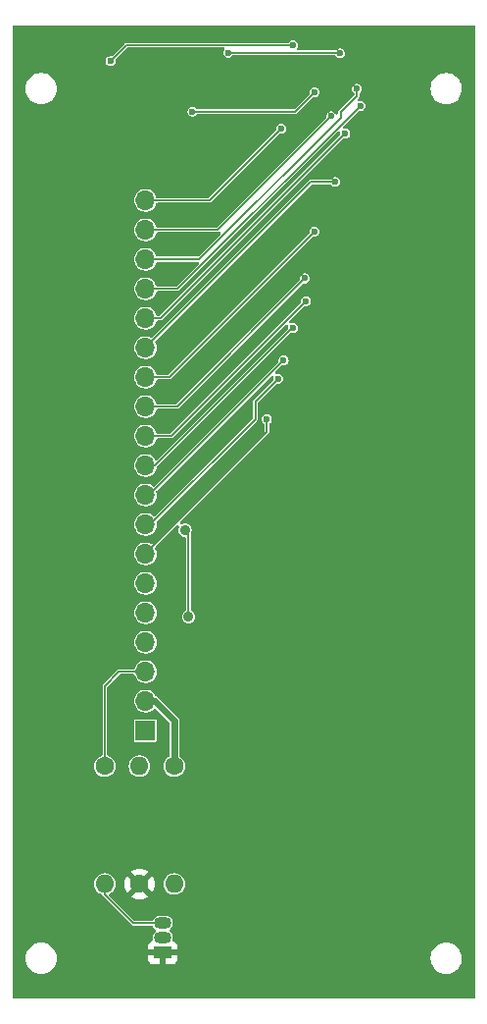
<source format=gbl>
G04 #@! TF.GenerationSoftware,KiCad,Pcbnew,(6.0.6)*
G04 #@! TF.CreationDate,2022-07-04T23:45:58+02:00*
G04 #@! TF.ProjectId,vogelhuisje_camera_board,766f6765-6c68-4756-9973-6a655f63616d,rev?*
G04 #@! TF.SameCoordinates,Original*
G04 #@! TF.FileFunction,Copper,L2,Bot*
G04 #@! TF.FilePolarity,Positive*
%FSLAX46Y46*%
G04 Gerber Fmt 4.6, Leading zero omitted, Abs format (unit mm)*
G04 Created by KiCad (PCBNEW (6.0.6)) date 2022-07-04 23:45:58*
%MOMM*%
%LPD*%
G01*
G04 APERTURE LIST*
G04 #@! TA.AperFunction,ComponentPad*
%ADD10R,1.500000X1.050000*%
G04 #@! TD*
G04 #@! TA.AperFunction,ComponentPad*
%ADD11O,1.500000X1.050000*%
G04 #@! TD*
G04 #@! TA.AperFunction,ComponentPad*
%ADD12C,1.600000*%
G04 #@! TD*
G04 #@! TA.AperFunction,ComponentPad*
%ADD13O,1.600000X1.600000*%
G04 #@! TD*
G04 #@! TA.AperFunction,ComponentPad*
%ADD14R,1.700000X1.700000*%
G04 #@! TD*
G04 #@! TA.AperFunction,ComponentPad*
%ADD15O,1.700000X1.700000*%
G04 #@! TD*
G04 #@! TA.AperFunction,ViaPad*
%ADD16C,0.900000*%
G04 #@! TD*
G04 #@! TA.AperFunction,ViaPad*
%ADD17C,0.600000*%
G04 #@! TD*
G04 #@! TA.AperFunction,Conductor*
%ADD18C,0.200000*%
G04 #@! TD*
G04 #@! TA.AperFunction,Conductor*
%ADD19C,0.127000*%
G04 #@! TD*
G04 #@! TA.AperFunction,Conductor*
%ADD20C,0.600000*%
G04 #@! TD*
G04 #@! TA.AperFunction,Conductor*
%ADD21C,0.150000*%
G04 #@! TD*
G04 APERTURE END LIST*
D10*
X103000000Y-147000000D03*
D11*
X103000000Y-145730000D03*
X103000000Y-144460000D03*
D12*
X101000000Y-141080000D03*
D13*
X101000000Y-130920000D03*
D12*
X104000000Y-130920000D03*
D13*
X104000000Y-141080000D03*
D14*
X101500000Y-127850000D03*
D15*
X101500000Y-125310000D03*
X101500000Y-122770000D03*
X101500000Y-120230000D03*
X101500000Y-117690000D03*
X101500000Y-115150000D03*
X101500000Y-112610000D03*
X101500000Y-110070000D03*
X101500000Y-107530000D03*
X101500000Y-104990000D03*
X101500000Y-102450000D03*
X101500000Y-99910000D03*
X101500000Y-97370000D03*
X101500000Y-94830000D03*
X101500000Y-92290000D03*
X101500000Y-89750000D03*
X101500000Y-87210000D03*
X101500000Y-84670000D03*
X101500000Y-82130000D03*
D12*
X98000000Y-130920000D03*
D13*
X98000000Y-141080000D03*
D16*
X101000000Y-147000000D03*
X106990000Y-71250000D03*
X101000000Y-138000000D03*
D17*
X98490000Y-70120000D03*
X114270000Y-68740000D03*
D16*
X104930000Y-110560000D03*
X105240000Y-118040000D03*
D17*
X113250000Y-75940000D03*
X108680000Y-69380000D03*
X118340000Y-69460000D03*
X116130000Y-72800000D03*
X105580000Y-74480000D03*
X112000000Y-101000000D03*
X113000000Y-97500000D03*
X113450000Y-95920000D03*
X114240000Y-93130000D03*
X115390000Y-90810000D03*
X115290000Y-88850000D03*
X116130000Y-84810000D03*
X117920000Y-80550000D03*
X118770000Y-76350000D03*
X120070000Y-73990000D03*
X119790000Y-72510000D03*
X117550000Y-74880000D03*
D18*
X105240000Y-110870000D02*
X104930000Y-110560000D01*
D19*
X99870000Y-68740000D02*
X98490000Y-70120000D01*
X114270000Y-68740000D02*
X99870000Y-68740000D01*
D18*
X105240000Y-118040000D02*
X105240000Y-110870000D01*
D19*
X107060000Y-82130000D02*
X101500000Y-82130000D01*
X113250000Y-75940000D02*
X107060000Y-82130000D01*
X118260000Y-69380000D02*
X108680000Y-69380000D01*
X118340000Y-69460000D02*
X118260000Y-69380000D01*
X116130000Y-72800000D02*
X114450000Y-74480000D01*
X114450000Y-74480000D02*
X105580000Y-74480000D01*
D20*
X104000000Y-127000000D02*
X102310000Y-125310000D01*
X102310000Y-125310000D02*
X101500000Y-125310000D01*
X104000000Y-130920000D02*
X104000000Y-127000000D01*
D21*
X98000000Y-124000000D02*
X98000000Y-130920000D01*
X101500000Y-122770000D02*
X99230000Y-122770000D01*
X99230000Y-122770000D02*
X98000000Y-124000000D01*
D19*
X112000000Y-102110000D02*
X101500000Y-112610000D01*
X112000000Y-101000000D02*
X112000000Y-102110000D01*
X111000000Y-101000000D02*
X101930000Y-110070000D01*
X111000000Y-99500000D02*
X111000000Y-101000000D01*
X113000000Y-97500000D02*
X111000000Y-99500000D01*
X101930000Y-110070000D02*
X101500000Y-110070000D01*
X101840000Y-107530000D02*
X101500000Y-107530000D01*
X113450000Y-95920000D02*
X101840000Y-107530000D01*
X114210000Y-93130000D02*
X102350000Y-104990000D01*
X102350000Y-104990000D02*
X101500000Y-104990000D01*
X114240000Y-93130000D02*
X114210000Y-93130000D01*
D21*
X103750000Y-102450000D02*
X101500000Y-102450000D01*
X115390000Y-90810000D02*
X103750000Y-102450000D01*
X115290000Y-88850000D02*
X104230000Y-99910000D01*
X104230000Y-99910000D02*
X101500000Y-99910000D01*
X103570000Y-97370000D02*
X101500000Y-97370000D01*
X116130000Y-84810000D02*
X103570000Y-97370000D01*
X117920000Y-80550000D02*
X115780000Y-80550000D01*
X115780000Y-80550000D02*
X101500000Y-94830000D01*
X118770000Y-76350000D02*
X102830000Y-92290000D01*
X102830000Y-92290000D02*
X101500000Y-92290000D01*
X104310000Y-89750000D02*
X101500000Y-89750000D01*
X120070000Y-73990000D02*
X104310000Y-89750000D01*
D18*
X119790000Y-73110000D02*
X118380000Y-74520000D01*
X118380000Y-74520000D02*
X118380000Y-74990000D01*
X118380000Y-74990000D02*
X106160000Y-87210000D01*
X119790000Y-72510000D02*
X119790000Y-73110000D01*
X106160000Y-87210000D02*
X101500000Y-87210000D01*
D21*
X107760000Y-84670000D02*
X101500000Y-84670000D01*
X117550000Y-74880000D02*
X107760000Y-84670000D01*
D19*
X98000000Y-141080000D02*
X98000000Y-142000000D01*
X98000000Y-142000000D02*
X100460000Y-144460000D01*
X100460000Y-144460000D02*
X103000000Y-144460000D01*
G04 #@! TA.AperFunction,Conductor*
G36*
X129931621Y-67030502D02*
G01*
X129978114Y-67084158D01*
X129989500Y-67136500D01*
X129989500Y-150863500D01*
X129969498Y-150931621D01*
X129915842Y-150978114D01*
X129863500Y-150989500D01*
X90136500Y-150989500D01*
X90068379Y-150969498D01*
X90021886Y-150915842D01*
X90010500Y-150863500D01*
X90010500Y-147500000D01*
X91144341Y-147500000D01*
X91164937Y-147735408D01*
X91166361Y-147740722D01*
X91166361Y-147740723D01*
X91207240Y-147893285D01*
X91226097Y-147963663D01*
X91228419Y-147968643D01*
X91228420Y-147968645D01*
X91258430Y-148033000D01*
X91325965Y-148177829D01*
X91461505Y-148371401D01*
X91628599Y-148538495D01*
X91822171Y-148674035D01*
X91827149Y-148676356D01*
X91827152Y-148676358D01*
X92031355Y-148771580D01*
X92036337Y-148773903D01*
X92041645Y-148775325D01*
X92041647Y-148775326D01*
X92259277Y-148833639D01*
X92264592Y-148835063D01*
X92367682Y-148844082D01*
X92438310Y-148850262D01*
X92438317Y-148850262D01*
X92441034Y-148850500D01*
X92558966Y-148850500D01*
X92561683Y-148850262D01*
X92561690Y-148850262D01*
X92632318Y-148844082D01*
X92735408Y-148835063D01*
X92740723Y-148833639D01*
X92958353Y-148775326D01*
X92958355Y-148775325D01*
X92963663Y-148773903D01*
X92968645Y-148771580D01*
X93172848Y-148676358D01*
X93172851Y-148676356D01*
X93177829Y-148674035D01*
X93371401Y-148538495D01*
X93538495Y-148371401D01*
X93541655Y-148366889D01*
X93670878Y-148182339D01*
X93670881Y-148182334D01*
X93674035Y-148177830D01*
X93676358Y-148172848D01*
X93676361Y-148172843D01*
X93771580Y-147968645D01*
X93771581Y-147968644D01*
X93773903Y-147963663D01*
X93792761Y-147893285D01*
X93833639Y-147740723D01*
X93833639Y-147740722D01*
X93835063Y-147735408D01*
X93849564Y-147569669D01*
X101742001Y-147569669D01*
X101742371Y-147576490D01*
X101747895Y-147627352D01*
X101751521Y-147642604D01*
X101796676Y-147763054D01*
X101805214Y-147778649D01*
X101881715Y-147880724D01*
X101894276Y-147893285D01*
X101996351Y-147969786D01*
X102011946Y-147978324D01*
X102132394Y-148023478D01*
X102147649Y-148027105D01*
X102198514Y-148032631D01*
X102205328Y-148033000D01*
X102727885Y-148033000D01*
X102743124Y-148028525D01*
X102744329Y-148027135D01*
X102746000Y-148019452D01*
X102746000Y-148014884D01*
X103254000Y-148014884D01*
X103258475Y-148030123D01*
X103259865Y-148031328D01*
X103267548Y-148032999D01*
X103794669Y-148032999D01*
X103801490Y-148032629D01*
X103852352Y-148027105D01*
X103867604Y-148023479D01*
X103988054Y-147978324D01*
X104003649Y-147969786D01*
X104105724Y-147893285D01*
X104118285Y-147880724D01*
X104194786Y-147778649D01*
X104203324Y-147763054D01*
X104248478Y-147642606D01*
X104252105Y-147627351D01*
X104257631Y-147576486D01*
X104258000Y-147569672D01*
X104258000Y-147500000D01*
X126144341Y-147500000D01*
X126164937Y-147735408D01*
X126166361Y-147740722D01*
X126166361Y-147740723D01*
X126207240Y-147893285D01*
X126226097Y-147963663D01*
X126228419Y-147968643D01*
X126228420Y-147968645D01*
X126258430Y-148033000D01*
X126325965Y-148177829D01*
X126461505Y-148371401D01*
X126628599Y-148538495D01*
X126822171Y-148674035D01*
X126827149Y-148676356D01*
X126827152Y-148676358D01*
X127031355Y-148771580D01*
X127036337Y-148773903D01*
X127041645Y-148775325D01*
X127041647Y-148775326D01*
X127259277Y-148833639D01*
X127264592Y-148835063D01*
X127367682Y-148844082D01*
X127438310Y-148850262D01*
X127438317Y-148850262D01*
X127441034Y-148850500D01*
X127558966Y-148850500D01*
X127561683Y-148850262D01*
X127561690Y-148850262D01*
X127632318Y-148844082D01*
X127735408Y-148835063D01*
X127740723Y-148833639D01*
X127958353Y-148775326D01*
X127958355Y-148775325D01*
X127963663Y-148773903D01*
X127968645Y-148771580D01*
X128172848Y-148676358D01*
X128172851Y-148676356D01*
X128177829Y-148674035D01*
X128371401Y-148538495D01*
X128538495Y-148371401D01*
X128541655Y-148366889D01*
X128670878Y-148182339D01*
X128670881Y-148182334D01*
X128674035Y-148177830D01*
X128676358Y-148172848D01*
X128676361Y-148172843D01*
X128771580Y-147968645D01*
X128771581Y-147968644D01*
X128773903Y-147963663D01*
X128792761Y-147893285D01*
X128833639Y-147740723D01*
X128833639Y-147740722D01*
X128835063Y-147735408D01*
X128855659Y-147500000D01*
X128835063Y-147264592D01*
X128773903Y-147036337D01*
X128674035Y-146822171D01*
X128538495Y-146628599D01*
X128371401Y-146461505D01*
X128177829Y-146325965D01*
X128172851Y-146323644D01*
X128172848Y-146323642D01*
X127968645Y-146228420D01*
X127968643Y-146228419D01*
X127963663Y-146226097D01*
X127958355Y-146224675D01*
X127958353Y-146224674D01*
X127740723Y-146166361D01*
X127740722Y-146166361D01*
X127735408Y-146164937D01*
X127632318Y-146155918D01*
X127561690Y-146149738D01*
X127561683Y-146149738D01*
X127558966Y-146149500D01*
X127441034Y-146149500D01*
X127438317Y-146149738D01*
X127438310Y-146149738D01*
X127367682Y-146155918D01*
X127264592Y-146164937D01*
X127259278Y-146166361D01*
X127259277Y-146166361D01*
X127041647Y-146224674D01*
X127041645Y-146224675D01*
X127036337Y-146226097D01*
X127031357Y-146228419D01*
X127031355Y-146228420D01*
X126827152Y-146323642D01*
X126827149Y-146323644D01*
X126822171Y-146325965D01*
X126628599Y-146461505D01*
X126461505Y-146628599D01*
X126458348Y-146633107D01*
X126458346Y-146633110D01*
X126380470Y-146744329D01*
X126325965Y-146822170D01*
X126323642Y-146827152D01*
X126323639Y-146827157D01*
X126228420Y-147031355D01*
X126226097Y-147036337D01*
X126164937Y-147264592D01*
X126144341Y-147500000D01*
X104258000Y-147500000D01*
X104258000Y-147272115D01*
X104253525Y-147256876D01*
X104252135Y-147255671D01*
X104244452Y-147254000D01*
X103272115Y-147254000D01*
X103256876Y-147258475D01*
X103255671Y-147259865D01*
X103254000Y-147267548D01*
X103254000Y-148014884D01*
X102746000Y-148014884D01*
X102746000Y-147272115D01*
X102741525Y-147256876D01*
X102740135Y-147255671D01*
X102732452Y-147254000D01*
X101760116Y-147254000D01*
X101744877Y-147258475D01*
X101743672Y-147259865D01*
X101742001Y-147267548D01*
X101742001Y-147569669D01*
X93849564Y-147569669D01*
X93855659Y-147500000D01*
X93835063Y-147264592D01*
X93773903Y-147036337D01*
X93674035Y-146822171D01*
X93538495Y-146628599D01*
X93371401Y-146461505D01*
X93177829Y-146325965D01*
X93172851Y-146323644D01*
X93172848Y-146323642D01*
X92968645Y-146228420D01*
X92968643Y-146228419D01*
X92963663Y-146226097D01*
X92958355Y-146224675D01*
X92958353Y-146224674D01*
X92740723Y-146166361D01*
X92740722Y-146166361D01*
X92735408Y-146164937D01*
X92632318Y-146155918D01*
X92561690Y-146149738D01*
X92561683Y-146149738D01*
X92558966Y-146149500D01*
X92441034Y-146149500D01*
X92438317Y-146149738D01*
X92438310Y-146149738D01*
X92367682Y-146155918D01*
X92264592Y-146164937D01*
X92259278Y-146166361D01*
X92259277Y-146166361D01*
X92041647Y-146224674D01*
X92041645Y-146224675D01*
X92036337Y-146226097D01*
X92031357Y-146228419D01*
X92031355Y-146228420D01*
X91827152Y-146323642D01*
X91827149Y-146323644D01*
X91822171Y-146325965D01*
X91628599Y-146461505D01*
X91461505Y-146628599D01*
X91458348Y-146633107D01*
X91458346Y-146633110D01*
X91380470Y-146744329D01*
X91325965Y-146822170D01*
X91323642Y-146827152D01*
X91323639Y-146827157D01*
X91228420Y-147031355D01*
X91226097Y-147036337D01*
X91164937Y-147264592D01*
X91144341Y-147500000D01*
X90010500Y-147500000D01*
X90010500Y-141080000D01*
X97067391Y-141080000D01*
X97087771Y-141273900D01*
X97148019Y-141459326D01*
X97245503Y-141628174D01*
X97249921Y-141633081D01*
X97249922Y-141633082D01*
X97347098Y-141741006D01*
X97375963Y-141773064D01*
X97533695Y-141887663D01*
X97539723Y-141890347D01*
X97539725Y-141890348D01*
X97611675Y-141922382D01*
X97711808Y-141966964D01*
X97720524Y-141968817D01*
X97720742Y-141968863D01*
X97722037Y-141969562D01*
X97724548Y-141970378D01*
X97724399Y-141970837D01*
X97783216Y-142002592D01*
X97813438Y-142050519D01*
X97814986Y-142064429D01*
X97820962Y-142073975D01*
X97823468Y-142084959D01*
X97832309Y-142096053D01*
X97832309Y-142096054D01*
X97839400Y-142104952D01*
X97843629Y-142110926D01*
X97845814Y-142113671D01*
X97849596Y-142119711D01*
X97854639Y-142124754D01*
X97856698Y-142127340D01*
X97861715Y-142132955D01*
X97877775Y-142153109D01*
X97887662Y-142157878D01*
X97888616Y-142158731D01*
X100301243Y-144571358D01*
X100301990Y-144572195D01*
X100306678Y-144581958D01*
X100317758Y-144590819D01*
X100317759Y-144590820D01*
X100327015Y-144598222D01*
X100332734Y-144603340D01*
X100335159Y-144605274D01*
X100340168Y-144610283D01*
X100346165Y-144614052D01*
X100349035Y-144616341D01*
X100354763Y-144620412D01*
X100374733Y-144636383D01*
X100385710Y-144638907D01*
X100395248Y-144644902D01*
X100409347Y-144646496D01*
X100409348Y-144646496D01*
X100420647Y-144647773D01*
X100427877Y-144649009D01*
X100431356Y-144649404D01*
X100438297Y-144651000D01*
X100445423Y-144651000D01*
X100448701Y-144651372D01*
X100456245Y-144651797D01*
X100481838Y-144654690D01*
X100492201Y-144651071D01*
X100493476Y-144651000D01*
X102059436Y-144651000D01*
X102127557Y-144671002D01*
X102174050Y-144724658D01*
X102175381Y-144728076D01*
X102177459Y-144732492D01*
X102179908Y-144740029D01*
X102268244Y-144879225D01*
X102388422Y-144992079D01*
X102395114Y-144995758D01*
X102438388Y-145051881D01*
X102444462Y-145122617D01*
X102411328Y-145185408D01*
X102395033Y-145199527D01*
X102324783Y-145250568D01*
X102219697Y-145377594D01*
X102149503Y-145526764D01*
X102118612Y-145688704D01*
X102128963Y-145853238D01*
X102131412Y-145860775D01*
X102132185Y-145864827D01*
X102125302Y-145935489D01*
X102081308Y-145991212D01*
X102052646Y-146006418D01*
X102011948Y-146021675D01*
X101996351Y-146030214D01*
X101894276Y-146106715D01*
X101881715Y-146119276D01*
X101805214Y-146221351D01*
X101796676Y-146236946D01*
X101751522Y-146357394D01*
X101747895Y-146372649D01*
X101742369Y-146423514D01*
X101742000Y-146430328D01*
X101742000Y-146727885D01*
X101746475Y-146743124D01*
X101747865Y-146744329D01*
X101755548Y-146746000D01*
X104239884Y-146746000D01*
X104255123Y-146741525D01*
X104256328Y-146740135D01*
X104257999Y-146732452D01*
X104257999Y-146430331D01*
X104257629Y-146423510D01*
X104252105Y-146372648D01*
X104248479Y-146357396D01*
X104203324Y-146236946D01*
X104194786Y-146221351D01*
X104118285Y-146119276D01*
X104105724Y-146106715D01*
X104003649Y-146030214D01*
X103988050Y-146021674D01*
X103943369Y-146004923D01*
X103886605Y-145962281D01*
X103861906Y-145895719D01*
X103863832Y-145863333D01*
X103879903Y-145779083D01*
X103879903Y-145779080D01*
X103881388Y-145771296D01*
X103871037Y-145606762D01*
X103820092Y-145449971D01*
X103731756Y-145310775D01*
X103611578Y-145197921D01*
X103604886Y-145194242D01*
X103561612Y-145138119D01*
X103555538Y-145067383D01*
X103588672Y-145004592D01*
X103604966Y-144990473D01*
X103668807Y-144944089D01*
X103675217Y-144939432D01*
X103780303Y-144812406D01*
X103850497Y-144663236D01*
X103881388Y-144501296D01*
X103871037Y-144336762D01*
X103842771Y-144249769D01*
X103822543Y-144187513D01*
X103822542Y-144187510D01*
X103820092Y-144179971D01*
X103731756Y-144040775D01*
X103611578Y-143927921D01*
X103467110Y-143848499D01*
X103307430Y-143807500D01*
X102733948Y-143807500D01*
X102686699Y-143813469D01*
X102619305Y-143821982D01*
X102619302Y-143821983D01*
X102611440Y-143822976D01*
X102458157Y-143883665D01*
X102451746Y-143888323D01*
X102451744Y-143888324D01*
X102389778Y-143933346D01*
X102324783Y-143980568D01*
X102219697Y-144107594D01*
X102185639Y-144179971D01*
X102177791Y-144196649D01*
X102130688Y-144249769D01*
X102063783Y-144269000D01*
X100591304Y-144269000D01*
X100523183Y-144248998D01*
X100502209Y-144232095D01*
X98436177Y-142166062D01*
X100278493Y-142166062D01*
X100287789Y-142178077D01*
X100338994Y-142213931D01*
X100348489Y-142219414D01*
X100545947Y-142311490D01*
X100556239Y-142315236D01*
X100766688Y-142371625D01*
X100777481Y-142373528D01*
X100994525Y-142392517D01*
X101005475Y-142392517D01*
X101222519Y-142373528D01*
X101233312Y-142371625D01*
X101443761Y-142315236D01*
X101454053Y-142311490D01*
X101651511Y-142219414D01*
X101661006Y-142213931D01*
X101713048Y-142177491D01*
X101721424Y-142167012D01*
X101714356Y-142153566D01*
X101012812Y-141452022D01*
X100998868Y-141444408D01*
X100997035Y-141444539D01*
X100990420Y-141448790D01*
X100284923Y-142154287D01*
X100278493Y-142166062D01*
X98436177Y-142166062D01*
X98382460Y-142112345D01*
X98348434Y-142050033D01*
X98353499Y-141979217D01*
X98396046Y-141922382D01*
X98420306Y-141908143D01*
X98460275Y-141890348D01*
X98460277Y-141890347D01*
X98466305Y-141887663D01*
X98624037Y-141773064D01*
X98652903Y-141741006D01*
X98750078Y-141633082D01*
X98750079Y-141633081D01*
X98754497Y-141628174D01*
X98851981Y-141459326D01*
X98912229Y-141273900D01*
X98932034Y-141085475D01*
X99687483Y-141085475D01*
X99706472Y-141302519D01*
X99708375Y-141313312D01*
X99764764Y-141523761D01*
X99768510Y-141534053D01*
X99860586Y-141731511D01*
X99866069Y-141741006D01*
X99902509Y-141793048D01*
X99912988Y-141801424D01*
X99926434Y-141794356D01*
X100627978Y-141092812D01*
X100634356Y-141081132D01*
X101364408Y-141081132D01*
X101364539Y-141082965D01*
X101368790Y-141089580D01*
X102074287Y-141795077D01*
X102086062Y-141801507D01*
X102098077Y-141792211D01*
X102133931Y-141741006D01*
X102139414Y-141731511D01*
X102231490Y-141534053D01*
X102235236Y-141523761D01*
X102291625Y-141313312D01*
X102293528Y-141302519D01*
X102312517Y-141085475D01*
X102312517Y-141080000D01*
X103067391Y-141080000D01*
X103087771Y-141273900D01*
X103148019Y-141459326D01*
X103245503Y-141628174D01*
X103249921Y-141633081D01*
X103249922Y-141633082D01*
X103347098Y-141741006D01*
X103375963Y-141773064D01*
X103533695Y-141887663D01*
X103539723Y-141890347D01*
X103539725Y-141890348D01*
X103611675Y-141922382D01*
X103711808Y-141966964D01*
X103806376Y-141987065D01*
X103896059Y-142006128D01*
X103896063Y-142006128D01*
X103902516Y-142007500D01*
X104097484Y-142007500D01*
X104103937Y-142006128D01*
X104103941Y-142006128D01*
X104193624Y-141987065D01*
X104288192Y-141966964D01*
X104388325Y-141922382D01*
X104460275Y-141890348D01*
X104460277Y-141890347D01*
X104466305Y-141887663D01*
X104624037Y-141773064D01*
X104652903Y-141741006D01*
X104750078Y-141633082D01*
X104750079Y-141633081D01*
X104754497Y-141628174D01*
X104851981Y-141459326D01*
X104912229Y-141273900D01*
X104932609Y-141080000D01*
X104912229Y-140886100D01*
X104851981Y-140700674D01*
X104754497Y-140531826D01*
X104661452Y-140428489D01*
X104628452Y-140391839D01*
X104628450Y-140391838D01*
X104624037Y-140386936D01*
X104466305Y-140272337D01*
X104460277Y-140269653D01*
X104460275Y-140269652D01*
X104294223Y-140195721D01*
X104294222Y-140195721D01*
X104288192Y-140193036D01*
X104192838Y-140172768D01*
X104103941Y-140153872D01*
X104103937Y-140153872D01*
X104097484Y-140152500D01*
X103902516Y-140152500D01*
X103896063Y-140153872D01*
X103896059Y-140153872D01*
X103807162Y-140172768D01*
X103711808Y-140193036D01*
X103705779Y-140195720D01*
X103705777Y-140195721D01*
X103539726Y-140269652D01*
X103539724Y-140269653D01*
X103533696Y-140272337D01*
X103375963Y-140386936D01*
X103371550Y-140391838D01*
X103371548Y-140391839D01*
X103338548Y-140428489D01*
X103245503Y-140531826D01*
X103148019Y-140700674D01*
X103087771Y-140886100D01*
X103067391Y-141080000D01*
X102312517Y-141080000D01*
X102312517Y-141074525D01*
X102293528Y-140857481D01*
X102291625Y-140846688D01*
X102235236Y-140636239D01*
X102231490Y-140625947D01*
X102139414Y-140428489D01*
X102133931Y-140418994D01*
X102097491Y-140366952D01*
X102087012Y-140358576D01*
X102073566Y-140365644D01*
X101372022Y-141067188D01*
X101364408Y-141081132D01*
X100634356Y-141081132D01*
X100635592Y-141078868D01*
X100635461Y-141077035D01*
X100631210Y-141070420D01*
X99925713Y-140364923D01*
X99913938Y-140358493D01*
X99901923Y-140367789D01*
X99866069Y-140418994D01*
X99860586Y-140428489D01*
X99768510Y-140625947D01*
X99764764Y-140636239D01*
X99708375Y-140846688D01*
X99706472Y-140857481D01*
X99687483Y-141074525D01*
X99687483Y-141085475D01*
X98932034Y-141085475D01*
X98932609Y-141080000D01*
X98912229Y-140886100D01*
X98851981Y-140700674D01*
X98754497Y-140531826D01*
X98661452Y-140428489D01*
X98628452Y-140391839D01*
X98628450Y-140391838D01*
X98624037Y-140386936D01*
X98466305Y-140272337D01*
X98460277Y-140269653D01*
X98460275Y-140269652D01*
X98294223Y-140195721D01*
X98294222Y-140195721D01*
X98288192Y-140193036D01*
X98192838Y-140172768D01*
X98103941Y-140153872D01*
X98103937Y-140153872D01*
X98097484Y-140152500D01*
X97902516Y-140152500D01*
X97896063Y-140153872D01*
X97896059Y-140153872D01*
X97807162Y-140172768D01*
X97711808Y-140193036D01*
X97705779Y-140195720D01*
X97705777Y-140195721D01*
X97539726Y-140269652D01*
X97539724Y-140269653D01*
X97533696Y-140272337D01*
X97375963Y-140386936D01*
X97371550Y-140391838D01*
X97371548Y-140391839D01*
X97338548Y-140428489D01*
X97245503Y-140531826D01*
X97148019Y-140700674D01*
X97087771Y-140886100D01*
X97067391Y-141080000D01*
X90010500Y-141080000D01*
X90010500Y-139992988D01*
X100278576Y-139992988D01*
X100285644Y-140006434D01*
X100987188Y-140707978D01*
X101001132Y-140715592D01*
X101002965Y-140715461D01*
X101009580Y-140711210D01*
X101715077Y-140005713D01*
X101721507Y-139993938D01*
X101712211Y-139981923D01*
X101661006Y-139946069D01*
X101651511Y-139940586D01*
X101454053Y-139848510D01*
X101443761Y-139844764D01*
X101233312Y-139788375D01*
X101222519Y-139786472D01*
X101005475Y-139767483D01*
X100994525Y-139767483D01*
X100777481Y-139786472D01*
X100766688Y-139788375D01*
X100556239Y-139844764D01*
X100545947Y-139848510D01*
X100348489Y-139940586D01*
X100338994Y-139946069D01*
X100286952Y-139982509D01*
X100278576Y-139992988D01*
X90010500Y-139992988D01*
X90010500Y-130920000D01*
X97067391Y-130920000D01*
X97087771Y-131113900D01*
X97148019Y-131299326D01*
X97245503Y-131468174D01*
X97375963Y-131613064D01*
X97533695Y-131727663D01*
X97539723Y-131730347D01*
X97539725Y-131730348D01*
X97705777Y-131804279D01*
X97711808Y-131806964D01*
X97807162Y-131827232D01*
X97896059Y-131846128D01*
X97896063Y-131846128D01*
X97902516Y-131847500D01*
X98097484Y-131847500D01*
X98103937Y-131846128D01*
X98103941Y-131846128D01*
X98192838Y-131827232D01*
X98288192Y-131806964D01*
X98294223Y-131804279D01*
X98460275Y-131730348D01*
X98460277Y-131730347D01*
X98466305Y-131727663D01*
X98624037Y-131613064D01*
X98754497Y-131468174D01*
X98851981Y-131299326D01*
X98912229Y-131113900D01*
X98932609Y-130920000D01*
X100067391Y-130920000D01*
X100087771Y-131113900D01*
X100148019Y-131299326D01*
X100245503Y-131468174D01*
X100375963Y-131613064D01*
X100533695Y-131727663D01*
X100539723Y-131730347D01*
X100539725Y-131730348D01*
X100705777Y-131804279D01*
X100711808Y-131806964D01*
X100807162Y-131827232D01*
X100896059Y-131846128D01*
X100896063Y-131846128D01*
X100902516Y-131847500D01*
X101097484Y-131847500D01*
X101103937Y-131846128D01*
X101103941Y-131846128D01*
X101192838Y-131827232D01*
X101288192Y-131806964D01*
X101294223Y-131804279D01*
X101460275Y-131730348D01*
X101460277Y-131730347D01*
X101466305Y-131727663D01*
X101624037Y-131613064D01*
X101754497Y-131468174D01*
X101851981Y-131299326D01*
X101912229Y-131113900D01*
X101932609Y-130920000D01*
X101912229Y-130726100D01*
X101851981Y-130540674D01*
X101754497Y-130371826D01*
X101624037Y-130226936D01*
X101479440Y-130121880D01*
X101471647Y-130116218D01*
X101471646Y-130116217D01*
X101466305Y-130112337D01*
X101460277Y-130109653D01*
X101460275Y-130109652D01*
X101294223Y-130035721D01*
X101294222Y-130035721D01*
X101288192Y-130033036D01*
X101192838Y-130012768D01*
X101103941Y-129993872D01*
X101103937Y-129993872D01*
X101097484Y-129992500D01*
X100902516Y-129992500D01*
X100896063Y-129993872D01*
X100896059Y-129993872D01*
X100807162Y-130012768D01*
X100711808Y-130033036D01*
X100705779Y-130035720D01*
X100705777Y-130035721D01*
X100539726Y-130109652D01*
X100539724Y-130109653D01*
X100533696Y-130112337D01*
X100375963Y-130226936D01*
X100245503Y-130371826D01*
X100148019Y-130540674D01*
X100087771Y-130726100D01*
X100067391Y-130920000D01*
X98932609Y-130920000D01*
X98912229Y-130726100D01*
X98851981Y-130540674D01*
X98754497Y-130371826D01*
X98624037Y-130226936D01*
X98479440Y-130121880D01*
X98471647Y-130116218D01*
X98471646Y-130116217D01*
X98466305Y-130112337D01*
X98460277Y-130109653D01*
X98460275Y-130109652D01*
X98294223Y-130035721D01*
X98294222Y-130035721D01*
X98288192Y-130033036D01*
X98287696Y-130032931D01*
X98230958Y-129994133D01*
X98203321Y-129928736D01*
X98202500Y-129914374D01*
X98202500Y-128712558D01*
X100522500Y-128712558D01*
X100529898Y-128749748D01*
X100558078Y-128791922D01*
X100600252Y-128820102D01*
X100612422Y-128822523D01*
X100631377Y-128826294D01*
X100631382Y-128826294D01*
X100637442Y-128827500D01*
X102362558Y-128827500D01*
X102368618Y-128826294D01*
X102368623Y-128826294D01*
X102387578Y-128822523D01*
X102399748Y-128820102D01*
X102441922Y-128791922D01*
X102470102Y-128749748D01*
X102477500Y-128712558D01*
X102477500Y-126987442D01*
X102470102Y-126950252D01*
X102441922Y-126908078D01*
X102399748Y-126879898D01*
X102385180Y-126877000D01*
X102368623Y-126873706D01*
X102368618Y-126873706D01*
X102362558Y-126872500D01*
X100637442Y-126872500D01*
X100631382Y-126873706D01*
X100631377Y-126873706D01*
X100614820Y-126877000D01*
X100600252Y-126879898D01*
X100558078Y-126908078D01*
X100529898Y-126950252D01*
X100522500Y-126987442D01*
X100522500Y-128712558D01*
X98202500Y-128712558D01*
X98202500Y-125296286D01*
X100517866Y-125296286D01*
X100533907Y-125487311D01*
X100586746Y-125671583D01*
X100674370Y-125842082D01*
X100678193Y-125846906D01*
X100678196Y-125846910D01*
X100765330Y-125956844D01*
X100793443Y-125992314D01*
X100939428Y-126116557D01*
X101106765Y-126210079D01*
X101289081Y-126269317D01*
X101479430Y-126292015D01*
X101485565Y-126291543D01*
X101485567Y-126291543D01*
X101664420Y-126277781D01*
X101664424Y-126277780D01*
X101670562Y-126277308D01*
X101855199Y-126225756D01*
X102026305Y-126139324D01*
X102051600Y-126119562D01*
X102172509Y-126025097D01*
X102177365Y-126021303D01*
X102199660Y-125995474D01*
X102259314Y-125956978D01*
X102330310Y-125956844D01*
X102384135Y-125988712D01*
X103535595Y-127140171D01*
X103569620Y-127202483D01*
X103572500Y-127229266D01*
X103572500Y-130019944D01*
X103552498Y-130088065D01*
X103520562Y-130121879D01*
X103375963Y-130226936D01*
X103245503Y-130371826D01*
X103148019Y-130540674D01*
X103087771Y-130726100D01*
X103067391Y-130920000D01*
X103087771Y-131113900D01*
X103148019Y-131299326D01*
X103245503Y-131468174D01*
X103375963Y-131613064D01*
X103533695Y-131727663D01*
X103539723Y-131730347D01*
X103539725Y-131730348D01*
X103705777Y-131804279D01*
X103711808Y-131806964D01*
X103807162Y-131827232D01*
X103896059Y-131846128D01*
X103896063Y-131846128D01*
X103902516Y-131847500D01*
X104097484Y-131847500D01*
X104103937Y-131846128D01*
X104103941Y-131846128D01*
X104192838Y-131827232D01*
X104288192Y-131806964D01*
X104294223Y-131804279D01*
X104460275Y-131730348D01*
X104460277Y-131730347D01*
X104466305Y-131727663D01*
X104624037Y-131613064D01*
X104754497Y-131468174D01*
X104851981Y-131299326D01*
X104912229Y-131113900D01*
X104932609Y-130920000D01*
X104912229Y-130726100D01*
X104851981Y-130540674D01*
X104754497Y-130371826D01*
X104624037Y-130226936D01*
X104479440Y-130121880D01*
X104479439Y-130121879D01*
X104436085Y-130065657D01*
X104427500Y-130019943D01*
X104427500Y-127032854D01*
X104428373Y-127018044D01*
X104431009Y-126995773D01*
X104432116Y-126986421D01*
X104422129Y-126931739D01*
X104421479Y-126927833D01*
X104414617Y-126882192D01*
X104413217Y-126872878D01*
X104410251Y-126866701D01*
X104409020Y-126859961D01*
X104383399Y-126810640D01*
X104381631Y-126807100D01*
X104361648Y-126765485D01*
X104361647Y-126765484D01*
X104357571Y-126756995D01*
X104352918Y-126751961D01*
X104349761Y-126745884D01*
X104345673Y-126741096D01*
X104310427Y-126705850D01*
X104306997Y-126702284D01*
X104276702Y-126669510D01*
X104276699Y-126669508D01*
X104270311Y-126662597D01*
X104264210Y-126659054D01*
X104258651Y-126654074D01*
X103451487Y-125846910D01*
X102635522Y-125030946D01*
X102625667Y-125019857D01*
X102611781Y-125002243D01*
X102605950Y-124994846D01*
X102598203Y-124989491D01*
X102598201Y-124989490D01*
X102560222Y-124963242D01*
X102557043Y-124960971D01*
X102512300Y-124927923D01*
X102505834Y-124925652D01*
X102500198Y-124921757D01*
X102482012Y-124916005D01*
X102447209Y-124904998D01*
X102443461Y-124903748D01*
X102439819Y-124902469D01*
X102425525Y-124897450D01*
X102367880Y-124856010D01*
X102356023Y-124837727D01*
X102318120Y-124766442D01*
X102196962Y-124617887D01*
X102133081Y-124565040D01*
X102054006Y-124499623D01*
X102054002Y-124499621D01*
X102049256Y-124495694D01*
X101880629Y-124404518D01*
X101789067Y-124376175D01*
X101703392Y-124349654D01*
X101703389Y-124349653D01*
X101697505Y-124347832D01*
X101691380Y-124347188D01*
X101691379Y-124347188D01*
X101512985Y-124328438D01*
X101512984Y-124328438D01*
X101506857Y-124327794D01*
X101426779Y-124335082D01*
X101322087Y-124344609D01*
X101322084Y-124344610D01*
X101315948Y-124345168D01*
X101310042Y-124346906D01*
X101310038Y-124346907D01*
X101174622Y-124386762D01*
X101132050Y-124399292D01*
X101126590Y-124402146D01*
X101126591Y-124402146D01*
X100967627Y-124485250D01*
X100967623Y-124485253D01*
X100962167Y-124488105D01*
X100957367Y-124491965D01*
X100957366Y-124491965D01*
X100952728Y-124495694D01*
X100812770Y-124608223D01*
X100689549Y-124755072D01*
X100686585Y-124760464D01*
X100686582Y-124760468D01*
X100683298Y-124766442D01*
X100597198Y-124923058D01*
X100539234Y-125105783D01*
X100517866Y-125296286D01*
X98202500Y-125296286D01*
X98202500Y-124136068D01*
X98222502Y-124067947D01*
X98239405Y-124046973D01*
X99276973Y-123009405D01*
X99339285Y-122975379D01*
X99366068Y-122972500D01*
X100446182Y-122972500D01*
X100514303Y-122992502D01*
X100560796Y-123046158D01*
X100567301Y-123063770D01*
X100586746Y-123131583D01*
X100674370Y-123302082D01*
X100678193Y-123306906D01*
X100678196Y-123306910D01*
X100785904Y-123442802D01*
X100793443Y-123452314D01*
X100939428Y-123576557D01*
X101106765Y-123670079D01*
X101289081Y-123729317D01*
X101479430Y-123752015D01*
X101485565Y-123751543D01*
X101485567Y-123751543D01*
X101664420Y-123737781D01*
X101664424Y-123737780D01*
X101670562Y-123737308D01*
X101855199Y-123685756D01*
X102026305Y-123599324D01*
X102051600Y-123579562D01*
X102172509Y-123485097D01*
X102177365Y-123481303D01*
X102302624Y-123336189D01*
X102397312Y-123169509D01*
X102457821Y-122987612D01*
X102481847Y-122797425D01*
X102482230Y-122770000D01*
X102463524Y-122579217D01*
X102408117Y-122395701D01*
X102318120Y-122226442D01*
X102196962Y-122077887D01*
X102133081Y-122025040D01*
X102054006Y-121959623D01*
X102054002Y-121959621D01*
X102049256Y-121955694D01*
X101880629Y-121864518D01*
X101789067Y-121836175D01*
X101703392Y-121809654D01*
X101703389Y-121809653D01*
X101697505Y-121807832D01*
X101691380Y-121807188D01*
X101691379Y-121807188D01*
X101512985Y-121788438D01*
X101512984Y-121788438D01*
X101506857Y-121787794D01*
X101426779Y-121795082D01*
X101322087Y-121804609D01*
X101322084Y-121804610D01*
X101315948Y-121805168D01*
X101310042Y-121806906D01*
X101310038Y-121806907D01*
X101174622Y-121846762D01*
X101132050Y-121859292D01*
X101126590Y-121862146D01*
X101126591Y-121862146D01*
X100967627Y-121945250D01*
X100967623Y-121945253D01*
X100962167Y-121948105D01*
X100957367Y-121951965D01*
X100957366Y-121951965D01*
X100952728Y-121955694D01*
X100812770Y-122068223D01*
X100689549Y-122215072D01*
X100686585Y-122220464D01*
X100686582Y-122220468D01*
X100611110Y-122357752D01*
X100597198Y-122383058D01*
X100595337Y-122388925D01*
X100595336Y-122388927D01*
X100566573Y-122479599D01*
X100526909Y-122538483D01*
X100461707Y-122566575D01*
X100446471Y-122567500D01*
X99266788Y-122567500D01*
X99264110Y-122567348D01*
X99253514Y-122563627D01*
X99239415Y-122565196D01*
X99239414Y-122565196D01*
X99234141Y-122565783D01*
X99225658Y-122566727D01*
X99216693Y-122567224D01*
X99214243Y-122567500D01*
X99207169Y-122567500D01*
X99200271Y-122569074D01*
X99197267Y-122569412D01*
X99189060Y-122570800D01*
X99161692Y-122573846D01*
X99151570Y-122580183D01*
X99139926Y-122582839D01*
X99128830Y-122591681D01*
X99118395Y-122599996D01*
X99111347Y-122604987D01*
X99109127Y-122606755D01*
X99103082Y-122610539D01*
X99098035Y-122615586D01*
X99095954Y-122617243D01*
X99089366Y-122623128D01*
X99067672Y-122640415D01*
X99062727Y-122650666D01*
X99060802Y-122652819D01*
X97882822Y-123830800D01*
X97880822Y-123832585D01*
X97870699Y-123837446D01*
X97853187Y-123859344D01*
X97847211Y-123866021D01*
X97845674Y-123867948D01*
X97840667Y-123872955D01*
X97836902Y-123878945D01*
X97835012Y-123881315D01*
X97830192Y-123888097D01*
X97821861Y-123898514D01*
X97821859Y-123898517D01*
X97812997Y-123909599D01*
X97810321Y-123921237D01*
X97803965Y-123931349D01*
X97802371Y-123945451D01*
X97800871Y-123958713D01*
X97799419Y-123967208D01*
X97799097Y-123970042D01*
X97797500Y-123976989D01*
X97797500Y-123984117D01*
X97797199Y-123986769D01*
X97796702Y-123995591D01*
X97793586Y-124023153D01*
X97797339Y-124033900D01*
X97797500Y-124036779D01*
X97797500Y-129914374D01*
X97777498Y-129982495D01*
X97723842Y-130028988D01*
X97715413Y-130032270D01*
X97711808Y-130033036D01*
X97705779Y-130035720D01*
X97705777Y-130035721D01*
X97539726Y-130109652D01*
X97539724Y-130109653D01*
X97533696Y-130112337D01*
X97375963Y-130226936D01*
X97245503Y-130371826D01*
X97148019Y-130540674D01*
X97087771Y-130726100D01*
X97067391Y-130920000D01*
X90010500Y-130920000D01*
X90010500Y-120216286D01*
X100517866Y-120216286D01*
X100533907Y-120407311D01*
X100535606Y-120413236D01*
X100543709Y-120441493D01*
X100586746Y-120591583D01*
X100674370Y-120762082D01*
X100678193Y-120766906D01*
X100678196Y-120766910D01*
X100785904Y-120902802D01*
X100793443Y-120912314D01*
X100939428Y-121036557D01*
X101106765Y-121130079D01*
X101289081Y-121189317D01*
X101479430Y-121212015D01*
X101485565Y-121211543D01*
X101485567Y-121211543D01*
X101664420Y-121197781D01*
X101664424Y-121197780D01*
X101670562Y-121197308D01*
X101855199Y-121145756D01*
X102026305Y-121059324D01*
X102051600Y-121039562D01*
X102172509Y-120945097D01*
X102177365Y-120941303D01*
X102302624Y-120796189D01*
X102397312Y-120629509D01*
X102457821Y-120447612D01*
X102481847Y-120257425D01*
X102482230Y-120230000D01*
X102463524Y-120039217D01*
X102408117Y-119855701D01*
X102318120Y-119686442D01*
X102196962Y-119537887D01*
X102133081Y-119485040D01*
X102054006Y-119419623D01*
X102054002Y-119419621D01*
X102049256Y-119415694D01*
X101880629Y-119324518D01*
X101789067Y-119296175D01*
X101703392Y-119269654D01*
X101703389Y-119269653D01*
X101697505Y-119267832D01*
X101691380Y-119267188D01*
X101691379Y-119267188D01*
X101512985Y-119248438D01*
X101512984Y-119248438D01*
X101506857Y-119247794D01*
X101426779Y-119255082D01*
X101322087Y-119264609D01*
X101322084Y-119264610D01*
X101315948Y-119265168D01*
X101310042Y-119266906D01*
X101310038Y-119266907D01*
X101174622Y-119306762D01*
X101132050Y-119319292D01*
X101126590Y-119322146D01*
X101126591Y-119322146D01*
X100967627Y-119405250D01*
X100967623Y-119405253D01*
X100962167Y-119408105D01*
X100957367Y-119411965D01*
X100957366Y-119411965D01*
X100952728Y-119415694D01*
X100812770Y-119528223D01*
X100689549Y-119675072D01*
X100686585Y-119680464D01*
X100686582Y-119680468D01*
X100611110Y-119817752D01*
X100597198Y-119843058D01*
X100539234Y-120025783D01*
X100517866Y-120216286D01*
X90010500Y-120216286D01*
X90010500Y-117676286D01*
X100517866Y-117676286D01*
X100533907Y-117867311D01*
X100535606Y-117873236D01*
X100583425Y-118040000D01*
X100586746Y-118051583D01*
X100589561Y-118057060D01*
X100589562Y-118057063D01*
X100671555Y-118216605D01*
X100674370Y-118222082D01*
X100678193Y-118226906D01*
X100678196Y-118226910D01*
X100754840Y-118323609D01*
X100793443Y-118372314D01*
X100798137Y-118376308D01*
X100798137Y-118376309D01*
X100879231Y-118445325D01*
X100939428Y-118496557D01*
X101106765Y-118590079D01*
X101289081Y-118649317D01*
X101479430Y-118672015D01*
X101485565Y-118671543D01*
X101485567Y-118671543D01*
X101664420Y-118657781D01*
X101664424Y-118657780D01*
X101670562Y-118657308D01*
X101855199Y-118605756D01*
X102026305Y-118519324D01*
X102051600Y-118499562D01*
X102172509Y-118405097D01*
X102177365Y-118401303D01*
X102302624Y-118256189D01*
X102397312Y-118089509D01*
X102457821Y-117907612D01*
X102481847Y-117717425D01*
X102482230Y-117690000D01*
X102463524Y-117499217D01*
X102408117Y-117315701D01*
X102318120Y-117146442D01*
X102196962Y-116997887D01*
X102133081Y-116945040D01*
X102054006Y-116879623D01*
X102054002Y-116879621D01*
X102049256Y-116875694D01*
X101880629Y-116784518D01*
X101789067Y-116756175D01*
X101703392Y-116729654D01*
X101703389Y-116729653D01*
X101697505Y-116727832D01*
X101691380Y-116727188D01*
X101691379Y-116727188D01*
X101512985Y-116708438D01*
X101512984Y-116708438D01*
X101506857Y-116707794D01*
X101426779Y-116715082D01*
X101322087Y-116724609D01*
X101322084Y-116724610D01*
X101315948Y-116725168D01*
X101310042Y-116726906D01*
X101310038Y-116726907D01*
X101174622Y-116766762D01*
X101132050Y-116779292D01*
X101126590Y-116782146D01*
X101126591Y-116782146D01*
X100967627Y-116865250D01*
X100967623Y-116865253D01*
X100962167Y-116868105D01*
X100957367Y-116871965D01*
X100957366Y-116871965D01*
X100952728Y-116875694D01*
X100812770Y-116988223D01*
X100689549Y-117135072D01*
X100686585Y-117140464D01*
X100686582Y-117140468D01*
X100611110Y-117277752D01*
X100597198Y-117303058D01*
X100539234Y-117485783D01*
X100517866Y-117676286D01*
X90010500Y-117676286D01*
X90010500Y-115136286D01*
X100517866Y-115136286D01*
X100533907Y-115327311D01*
X100535606Y-115333236D01*
X100543709Y-115361493D01*
X100586746Y-115511583D01*
X100674370Y-115682082D01*
X100678193Y-115686906D01*
X100678196Y-115686910D01*
X100785904Y-115822802D01*
X100793443Y-115832314D01*
X100939428Y-115956557D01*
X101106765Y-116050079D01*
X101289081Y-116109317D01*
X101479430Y-116132015D01*
X101485565Y-116131543D01*
X101485567Y-116131543D01*
X101664420Y-116117781D01*
X101664424Y-116117780D01*
X101670562Y-116117308D01*
X101855199Y-116065756D01*
X102026305Y-115979324D01*
X102051600Y-115959562D01*
X102172509Y-115865097D01*
X102177365Y-115861303D01*
X102302624Y-115716189D01*
X102397312Y-115549509D01*
X102457821Y-115367612D01*
X102481847Y-115177425D01*
X102482230Y-115150000D01*
X102463524Y-114959217D01*
X102408117Y-114775701D01*
X102318120Y-114606442D01*
X102196962Y-114457887D01*
X102133081Y-114405040D01*
X102054006Y-114339623D01*
X102054002Y-114339621D01*
X102049256Y-114335694D01*
X101880629Y-114244518D01*
X101789067Y-114216175D01*
X101703392Y-114189654D01*
X101703389Y-114189653D01*
X101697505Y-114187832D01*
X101691380Y-114187188D01*
X101691379Y-114187188D01*
X101512985Y-114168438D01*
X101512984Y-114168438D01*
X101506857Y-114167794D01*
X101426779Y-114175082D01*
X101322087Y-114184609D01*
X101322084Y-114184610D01*
X101315948Y-114185168D01*
X101310042Y-114186906D01*
X101310038Y-114186907D01*
X101174622Y-114226762D01*
X101132050Y-114239292D01*
X101126590Y-114242146D01*
X101126591Y-114242146D01*
X100967627Y-114325250D01*
X100967623Y-114325253D01*
X100962167Y-114328105D01*
X100957367Y-114331965D01*
X100957366Y-114331965D01*
X100952728Y-114335694D01*
X100812770Y-114448223D01*
X100689549Y-114595072D01*
X100686585Y-114600464D01*
X100686582Y-114600468D01*
X100611110Y-114737752D01*
X100597198Y-114763058D01*
X100539234Y-114945783D01*
X100517866Y-115136286D01*
X90010500Y-115136286D01*
X90010500Y-112596286D01*
X100517866Y-112596286D01*
X100533907Y-112787311D01*
X100535606Y-112793236D01*
X100543709Y-112821493D01*
X100586746Y-112971583D01*
X100674370Y-113142082D01*
X100678193Y-113146906D01*
X100678196Y-113146910D01*
X100785904Y-113282802D01*
X100793443Y-113292314D01*
X100939428Y-113416557D01*
X101106765Y-113510079D01*
X101289081Y-113569317D01*
X101479430Y-113592015D01*
X101485565Y-113591543D01*
X101485567Y-113591543D01*
X101664420Y-113577781D01*
X101664424Y-113577780D01*
X101670562Y-113577308D01*
X101855199Y-113525756D01*
X102026305Y-113439324D01*
X102051600Y-113419562D01*
X102172509Y-113325097D01*
X102177365Y-113321303D01*
X102302624Y-113176189D01*
X102397312Y-113009509D01*
X102457821Y-112827612D01*
X102481847Y-112637425D01*
X102482230Y-112610000D01*
X102463524Y-112419217D01*
X102408117Y-112235701D01*
X102360347Y-112145859D01*
X102346028Y-112076322D01*
X102371576Y-112010081D01*
X102382504Y-111997611D01*
X104199815Y-110180300D01*
X104262127Y-110146274D01*
X104332942Y-110151339D01*
X104389778Y-110193886D01*
X104414589Y-110260406D01*
X104405319Y-110317613D01*
X104367365Y-110409242D01*
X104347517Y-110560000D01*
X104367365Y-110710758D01*
X104425555Y-110851241D01*
X104518122Y-110971878D01*
X104524672Y-110976904D01*
X104524673Y-110976905D01*
X104578440Y-111018162D01*
X104638758Y-111064445D01*
X104779242Y-111122635D01*
X104902947Y-111138921D01*
X104967873Y-111167643D01*
X105006965Y-111226909D01*
X105012500Y-111263843D01*
X105012500Y-117427253D01*
X104992498Y-117495374D01*
X104951584Y-117534385D01*
X104948759Y-117535555D01*
X104828122Y-117628122D01*
X104735555Y-117748759D01*
X104677365Y-117889242D01*
X104657517Y-118040000D01*
X104677365Y-118190758D01*
X104735555Y-118331241D01*
X104828122Y-118451878D01*
X104948758Y-118544445D01*
X105089242Y-118602635D01*
X105240000Y-118622483D01*
X105390758Y-118602635D01*
X105531242Y-118544445D01*
X105651878Y-118451878D01*
X105744445Y-118331241D01*
X105802635Y-118190758D01*
X105822483Y-118040000D01*
X105802635Y-117889242D01*
X105744445Y-117748759D01*
X105651878Y-117628122D01*
X105531242Y-117535555D01*
X105528730Y-117534514D01*
X105481508Y-117484991D01*
X105467500Y-117427252D01*
X105467500Y-110879236D01*
X105467673Y-110872643D01*
X105469025Y-110846842D01*
X105469718Y-110833616D01*
X105465708Y-110823168D01*
X105473564Y-110756801D01*
X105489474Y-110718392D01*
X105489476Y-110718384D01*
X105492635Y-110710758D01*
X105512483Y-110560000D01*
X105492635Y-110409242D01*
X105434445Y-110268759D01*
X105341878Y-110148122D01*
X105221242Y-110055555D01*
X105080758Y-109997365D01*
X104930000Y-109977517D01*
X104779242Y-109997365D01*
X104771610Y-110000526D01*
X104771611Y-110000526D01*
X104687613Y-110035319D01*
X104617023Y-110042908D01*
X104553536Y-110011129D01*
X104517309Y-109950071D01*
X104519843Y-109879119D01*
X104550300Y-109829815D01*
X112111358Y-102268757D01*
X112112195Y-102268010D01*
X112121958Y-102263322D01*
X112138222Y-102242985D01*
X112143340Y-102237266D01*
X112145274Y-102234841D01*
X112150283Y-102229832D01*
X112154052Y-102223835D01*
X112156341Y-102220965D01*
X112160413Y-102215236D01*
X112176383Y-102195267D01*
X112178907Y-102184290D01*
X112184902Y-102174752D01*
X112187773Y-102149353D01*
X112189009Y-102142123D01*
X112189404Y-102138644D01*
X112191000Y-102131703D01*
X112191000Y-102124577D01*
X112191372Y-102121299D01*
X112191797Y-102113755D01*
X112193096Y-102102260D01*
X112194690Y-102088162D01*
X112191071Y-102077799D01*
X112191000Y-102076524D01*
X112191000Y-101454909D01*
X112211002Y-101386788D01*
X112251070Y-101347535D01*
X112275881Y-101332301D01*
X112358058Y-101241513D01*
X112411451Y-101131311D01*
X112413383Y-101119831D01*
X112430960Y-101015348D01*
X112431767Y-101010552D01*
X112431896Y-101000000D01*
X112420566Y-100920885D01*
X112415809Y-100887667D01*
X112415808Y-100887664D01*
X112414536Y-100878781D01*
X112410565Y-100870046D01*
X112367568Y-100775481D01*
X112363852Y-100767307D01*
X112339740Y-100739324D01*
X112289776Y-100681337D01*
X112289774Y-100681335D01*
X112283918Y-100674539D01*
X112181160Y-100607935D01*
X112063838Y-100572848D01*
X112054862Y-100572793D01*
X112054861Y-100572793D01*
X112004483Y-100572485D01*
X111941385Y-100572100D01*
X111823644Y-100605751D01*
X111816057Y-100610538D01*
X111816055Y-100610539D01*
X111792982Y-100625097D01*
X111720080Y-100671095D01*
X111639018Y-100762879D01*
X111586976Y-100873726D01*
X111585595Y-100882595D01*
X111570715Y-100978162D01*
X111568136Y-100994724D01*
X111569300Y-101003626D01*
X111569300Y-101003629D01*
X111582588Y-101105239D01*
X111584014Y-101116145D01*
X111633333Y-101228230D01*
X111712127Y-101321968D01*
X111719604Y-101326945D01*
X111752819Y-101349055D01*
X111798442Y-101403452D01*
X111809000Y-101453942D01*
X111809000Y-101978696D01*
X111788998Y-102046817D01*
X111772095Y-102067791D01*
X102112378Y-111727507D01*
X102050066Y-111761533D01*
X101979251Y-111756468D01*
X101963369Y-111749255D01*
X101880629Y-111704518D01*
X101858129Y-111697553D01*
X101703392Y-111649654D01*
X101703389Y-111649653D01*
X101697505Y-111647832D01*
X101691380Y-111647188D01*
X101691379Y-111647188D01*
X101512985Y-111628438D01*
X101512984Y-111628438D01*
X101506857Y-111627794D01*
X101426779Y-111635082D01*
X101322087Y-111644609D01*
X101322084Y-111644610D01*
X101315948Y-111645168D01*
X101310042Y-111646906D01*
X101310038Y-111646907D01*
X101174622Y-111686762D01*
X101132050Y-111699292D01*
X101126590Y-111702146D01*
X101126591Y-111702146D01*
X100967627Y-111785250D01*
X100967623Y-111785253D01*
X100962167Y-111788105D01*
X100957367Y-111791965D01*
X100957366Y-111791965D01*
X100923076Y-111819535D01*
X100812770Y-111908223D01*
X100808812Y-111912940D01*
X100808810Y-111912942D01*
X100728701Y-112008413D01*
X100689549Y-112055072D01*
X100686585Y-112060464D01*
X100686582Y-112060468D01*
X100639638Y-112145859D01*
X100597198Y-112223058D01*
X100539234Y-112405783D01*
X100517866Y-112596286D01*
X90010500Y-112596286D01*
X90010500Y-110056286D01*
X100517866Y-110056286D01*
X100533907Y-110247311D01*
X100535606Y-110253236D01*
X100578152Y-110401611D01*
X100586746Y-110431583D01*
X100674370Y-110602082D01*
X100678193Y-110606906D01*
X100678196Y-110606910D01*
X100754015Y-110702569D01*
X100793443Y-110752314D01*
X100798137Y-110756308D01*
X100798137Y-110756309D01*
X100888973Y-110833616D01*
X100939428Y-110876557D01*
X101106765Y-110970079D01*
X101289081Y-111029317D01*
X101479430Y-111052015D01*
X101485565Y-111051543D01*
X101485567Y-111051543D01*
X101664420Y-111037781D01*
X101664424Y-111037780D01*
X101670562Y-111037308D01*
X101855199Y-110985756D01*
X102026305Y-110899324D01*
X102051600Y-110879562D01*
X102172509Y-110785097D01*
X102177365Y-110781303D01*
X102206558Y-110747483D01*
X102298595Y-110640857D01*
X102298596Y-110640855D01*
X102302624Y-110636189D01*
X102397312Y-110469509D01*
X102457821Y-110287612D01*
X102481847Y-110097425D01*
X102482230Y-110070000D01*
X102463524Y-109879217D01*
X102464617Y-109879110D01*
X102470468Y-109814389D01*
X102498582Y-109771533D01*
X111111358Y-101158757D01*
X111112195Y-101158010D01*
X111121958Y-101153322D01*
X111138222Y-101132985D01*
X111143345Y-101127261D01*
X111145280Y-101124835D01*
X111150284Y-101119831D01*
X111154048Y-101113842D01*
X111156339Y-101110970D01*
X111160412Y-101105239D01*
X111167519Y-101096352D01*
X111167520Y-101096349D01*
X111176383Y-101085267D01*
X111178907Y-101074290D01*
X111184902Y-101064752D01*
X111187776Y-101039333D01*
X111189009Y-101032118D01*
X111189403Y-101028648D01*
X111191000Y-101021703D01*
X111191000Y-101014579D01*
X111191373Y-101011293D01*
X111191798Y-101003752D01*
X111193097Y-100992263D01*
X111193097Y-100992262D01*
X111194691Y-100978162D01*
X111191071Y-100967797D01*
X111191000Y-100966523D01*
X111191000Y-99631305D01*
X111211002Y-99563184D01*
X111227905Y-99542210D01*
X112811442Y-97958672D01*
X112873754Y-97924647D01*
X112920684Y-97923388D01*
X112922378Y-97923662D01*
X112930948Y-97926340D01*
X112939921Y-97926504D01*
X112939924Y-97926505D01*
X112993167Y-97927480D01*
X113053383Y-97928584D01*
X113171527Y-97896375D01*
X113275881Y-97832301D01*
X113358058Y-97741513D01*
X113411451Y-97631311D01*
X113414003Y-97616145D01*
X113430960Y-97515348D01*
X113431767Y-97510552D01*
X113431896Y-97500000D01*
X113414536Y-97378781D01*
X113363852Y-97267307D01*
X113283918Y-97174539D01*
X113181160Y-97107935D01*
X113063838Y-97072848D01*
X113054862Y-97072793D01*
X113054861Y-97072793D01*
X113004483Y-97072485D01*
X112941385Y-97072100D01*
X112932755Y-97074566D01*
X112932751Y-97074567D01*
X112886209Y-97087869D01*
X112815215Y-97087357D01*
X112755767Y-97048543D01*
X112726741Y-96983751D01*
X112737352Y-96913551D01*
X112762490Y-96877625D01*
X113261442Y-96378673D01*
X113323754Y-96344647D01*
X113370680Y-96343388D01*
X113372381Y-96343663D01*
X113380948Y-96346340D01*
X113389921Y-96346504D01*
X113389924Y-96346505D01*
X113443167Y-96347480D01*
X113503383Y-96348584D01*
X113621527Y-96316375D01*
X113725881Y-96252301D01*
X113808058Y-96161513D01*
X113861451Y-96051311D01*
X113864003Y-96036145D01*
X113880960Y-95935348D01*
X113881767Y-95930552D01*
X113881896Y-95920000D01*
X113874890Y-95871080D01*
X113865809Y-95807667D01*
X113865808Y-95807664D01*
X113864536Y-95798781D01*
X113860565Y-95790046D01*
X113817568Y-95695481D01*
X113813852Y-95687307D01*
X113789740Y-95659324D01*
X113739776Y-95601337D01*
X113739774Y-95601335D01*
X113733918Y-95594539D01*
X113631160Y-95527935D01*
X113513838Y-95492848D01*
X113504862Y-95492793D01*
X113504861Y-95492793D01*
X113454483Y-95492485D01*
X113391385Y-95492100D01*
X113273644Y-95525751D01*
X113266057Y-95530538D01*
X113266055Y-95530539D01*
X113242982Y-95545097D01*
X113170080Y-95591095D01*
X113089018Y-95682879D01*
X113036976Y-95793726D01*
X113018136Y-95914724D01*
X113019300Y-95923626D01*
X113019300Y-95923629D01*
X113029404Y-96000890D01*
X113018404Y-96071029D01*
X112993563Y-96106323D01*
X102313625Y-106786260D01*
X102251313Y-106820286D01*
X102180498Y-106815221D01*
X102144215Y-106794250D01*
X102084542Y-106744885D01*
X102049256Y-106715694D01*
X101880629Y-106624518D01*
X101789067Y-106596175D01*
X101703392Y-106569654D01*
X101703389Y-106569653D01*
X101697505Y-106567832D01*
X101691380Y-106567188D01*
X101691379Y-106567188D01*
X101512985Y-106548438D01*
X101512984Y-106548438D01*
X101506857Y-106547794D01*
X101426779Y-106555082D01*
X101322087Y-106564609D01*
X101322084Y-106564610D01*
X101315948Y-106565168D01*
X101310042Y-106566906D01*
X101310038Y-106566907D01*
X101174622Y-106606762D01*
X101132050Y-106619292D01*
X101126590Y-106622146D01*
X101126591Y-106622146D01*
X100967627Y-106705250D01*
X100967623Y-106705253D01*
X100962167Y-106708105D01*
X100957367Y-106711965D01*
X100957366Y-106711965D01*
X100952728Y-106715694D01*
X100812770Y-106828223D01*
X100808812Y-106832940D01*
X100808810Y-106832942D01*
X100728701Y-106928413D01*
X100689549Y-106975072D01*
X100686585Y-106980464D01*
X100686582Y-106980468D01*
X100611110Y-107117752D01*
X100597198Y-107143058D01*
X100595337Y-107148925D01*
X100595336Y-107148927D01*
X100551697Y-107286496D01*
X100539234Y-107325783D01*
X100517866Y-107516286D01*
X100533907Y-107707311D01*
X100535606Y-107713236D01*
X100543709Y-107741493D01*
X100586746Y-107891583D01*
X100674370Y-108062082D01*
X100678193Y-108066906D01*
X100678196Y-108066910D01*
X100785904Y-108202802D01*
X100793443Y-108212314D01*
X100939428Y-108336557D01*
X101106765Y-108430079D01*
X101289081Y-108489317D01*
X101479430Y-108512015D01*
X101485565Y-108511543D01*
X101485567Y-108511543D01*
X101664420Y-108497781D01*
X101664424Y-108497780D01*
X101670562Y-108497308D01*
X101855199Y-108445756D01*
X102026305Y-108359324D01*
X102051600Y-108339562D01*
X102172509Y-108245097D01*
X102177365Y-108241303D01*
X102302624Y-108096189D01*
X102397312Y-107929509D01*
X102457821Y-107747612D01*
X102481847Y-107557425D01*
X102482230Y-107530000D01*
X102463524Y-107339217D01*
X102447606Y-107286493D01*
X102447065Y-107215501D01*
X102479133Y-107160982D01*
X112373107Y-97267008D01*
X112435419Y-97232982D01*
X112506234Y-97238047D01*
X112563070Y-97280594D01*
X112587881Y-97347114D01*
X112586702Y-97375485D01*
X112568136Y-97494724D01*
X112569300Y-97503626D01*
X112569300Y-97503629D01*
X112575013Y-97547311D01*
X112578402Y-97573224D01*
X112579404Y-97580889D01*
X112568404Y-97651028D01*
X112543563Y-97686322D01*
X110888642Y-99341243D01*
X110887805Y-99341990D01*
X110878042Y-99346678D01*
X110869181Y-99357758D01*
X110869180Y-99357759D01*
X110861778Y-99367015D01*
X110856655Y-99372739D01*
X110854720Y-99375165D01*
X110849716Y-99380169D01*
X110845952Y-99386158D01*
X110843661Y-99389030D01*
X110839588Y-99394761D01*
X110832481Y-99403648D01*
X110832480Y-99403651D01*
X110823617Y-99414733D01*
X110821093Y-99425710D01*
X110815098Y-99435248D01*
X110812224Y-99460667D01*
X110810991Y-99467882D01*
X110810597Y-99471352D01*
X110809000Y-99478297D01*
X110809000Y-99485421D01*
X110808627Y-99488707D01*
X110808202Y-99496248D01*
X110805309Y-99521838D01*
X110808929Y-99532203D01*
X110809000Y-99533477D01*
X110809000Y-100868695D01*
X110788998Y-100936816D01*
X110772095Y-100957790D01*
X102362878Y-109367007D01*
X102300566Y-109401033D01*
X102229751Y-109395968D01*
X102193472Y-109375000D01*
X102049256Y-109255694D01*
X101880629Y-109164518D01*
X101789067Y-109136175D01*
X101703392Y-109109654D01*
X101703389Y-109109653D01*
X101697505Y-109107832D01*
X101691380Y-109107188D01*
X101691379Y-109107188D01*
X101512985Y-109088438D01*
X101512984Y-109088438D01*
X101506857Y-109087794D01*
X101426779Y-109095082D01*
X101322087Y-109104609D01*
X101322084Y-109104610D01*
X101315948Y-109105168D01*
X101310042Y-109106906D01*
X101310038Y-109106907D01*
X101174622Y-109146762D01*
X101132050Y-109159292D01*
X101126590Y-109162146D01*
X101126591Y-109162146D01*
X100967627Y-109245250D01*
X100967623Y-109245253D01*
X100962167Y-109248105D01*
X100957367Y-109251965D01*
X100957366Y-109251965D01*
X100952728Y-109255694D01*
X100812770Y-109368223D01*
X100808812Y-109372940D01*
X100808810Y-109372942D01*
X100728701Y-109468413D01*
X100689549Y-109515072D01*
X100686585Y-109520464D01*
X100686582Y-109520468D01*
X100611110Y-109657752D01*
X100597198Y-109683058D01*
X100539234Y-109865783D01*
X100517866Y-110056286D01*
X90010500Y-110056286D01*
X90010500Y-104976286D01*
X100517866Y-104976286D01*
X100518382Y-104982430D01*
X100531842Y-105142715D01*
X100533907Y-105167311D01*
X100535606Y-105173236D01*
X100543711Y-105201500D01*
X100586746Y-105351583D01*
X100674370Y-105522082D01*
X100678193Y-105526906D01*
X100678196Y-105526910D01*
X100785904Y-105662802D01*
X100793443Y-105672314D01*
X100939428Y-105796557D01*
X101106765Y-105890079D01*
X101289081Y-105949317D01*
X101479430Y-105972015D01*
X101485565Y-105971543D01*
X101485567Y-105971543D01*
X101664420Y-105957781D01*
X101664424Y-105957780D01*
X101670562Y-105957308D01*
X101855199Y-105905756D01*
X102026305Y-105819324D01*
X102051600Y-105799562D01*
X102172509Y-105705097D01*
X102177365Y-105701303D01*
X102302624Y-105556189D01*
X102397312Y-105389509D01*
X102457821Y-105207612D01*
X102459942Y-105190821D01*
X102486479Y-105127998D01*
X102492011Y-105121069D01*
X102503109Y-105112225D01*
X102507878Y-105102338D01*
X102508731Y-105101384D01*
X114027763Y-93582352D01*
X114090075Y-93548326D01*
X114154432Y-93551180D01*
X114170948Y-93556340D01*
X114293383Y-93558584D01*
X114311434Y-93553663D01*
X114402863Y-93528737D01*
X114411527Y-93526375D01*
X114515881Y-93462301D01*
X114598058Y-93371513D01*
X114651451Y-93261311D01*
X114663115Y-93191983D01*
X114670960Y-93145348D01*
X114671767Y-93140552D01*
X114671896Y-93130000D01*
X114654536Y-93008781D01*
X114649016Y-92996639D01*
X114607568Y-92905481D01*
X114603852Y-92897307D01*
X114572445Y-92860857D01*
X114529776Y-92811337D01*
X114529774Y-92811335D01*
X114523918Y-92804539D01*
X114421160Y-92737935D01*
X114303838Y-92702848D01*
X114294862Y-92702793D01*
X114294861Y-92702793D01*
X114244483Y-92702485D01*
X114181385Y-92702100D01*
X114141376Y-92713535D01*
X114092974Y-92727368D01*
X114021979Y-92726856D01*
X113962531Y-92688042D01*
X113933505Y-92623250D01*
X113944116Y-92553051D01*
X113969254Y-92517124D01*
X115215439Y-91270939D01*
X115277751Y-91236913D01*
X115319226Y-91235802D01*
X115320948Y-91236340D01*
X115443383Y-91238584D01*
X115561527Y-91206375D01*
X115665881Y-91142301D01*
X115748058Y-91051513D01*
X115801451Y-90941311D01*
X115804003Y-90926145D01*
X115820960Y-90825348D01*
X115821767Y-90820552D01*
X115821896Y-90810000D01*
X115808689Y-90717781D01*
X115805809Y-90697667D01*
X115805808Y-90697664D01*
X115804536Y-90688781D01*
X115753852Y-90577307D01*
X115673918Y-90484539D01*
X115571160Y-90417935D01*
X115453838Y-90382848D01*
X115444862Y-90382793D01*
X115444861Y-90382793D01*
X115394483Y-90382485D01*
X115331385Y-90382100D01*
X115213644Y-90415751D01*
X115206057Y-90420538D01*
X115206055Y-90420539D01*
X115152300Y-90454456D01*
X115110080Y-90481095D01*
X115029018Y-90572879D01*
X114976976Y-90683726D01*
X114975595Y-90692595D01*
X114969531Y-90731543D01*
X114958136Y-90804724D01*
X114959300Y-90813626D01*
X114959300Y-90813629D01*
X114967523Y-90876507D01*
X114956523Y-90946646D01*
X114931682Y-90981940D01*
X103703027Y-102210595D01*
X103640715Y-102244621D01*
X103613932Y-102247500D01*
X102553562Y-102247500D01*
X102485441Y-102227498D01*
X102438948Y-102173842D01*
X102432940Y-102157918D01*
X102419606Y-102113755D01*
X102408117Y-102075701D01*
X102384288Y-102030886D01*
X102321014Y-101911884D01*
X102321012Y-101911881D01*
X102318120Y-101906442D01*
X102196962Y-101757887D01*
X102133081Y-101705040D01*
X102054006Y-101639623D01*
X102054002Y-101639621D01*
X102049256Y-101635694D01*
X101880629Y-101544518D01*
X101789067Y-101516175D01*
X101703392Y-101489654D01*
X101703389Y-101489653D01*
X101697505Y-101487832D01*
X101691380Y-101487188D01*
X101691379Y-101487188D01*
X101512985Y-101468438D01*
X101512984Y-101468438D01*
X101506857Y-101467794D01*
X101426779Y-101475082D01*
X101322087Y-101484609D01*
X101322084Y-101484610D01*
X101315948Y-101485168D01*
X101310042Y-101486906D01*
X101310038Y-101486907D01*
X101174622Y-101526762D01*
X101132050Y-101539292D01*
X101126590Y-101542146D01*
X101126591Y-101542146D01*
X100967627Y-101625250D01*
X100967623Y-101625253D01*
X100962167Y-101628105D01*
X100957367Y-101631965D01*
X100957366Y-101631965D01*
X100952728Y-101635694D01*
X100812770Y-101748223D01*
X100689549Y-101895072D01*
X100686585Y-101900464D01*
X100686582Y-101900468D01*
X100643576Y-101978696D01*
X100597198Y-102063058D01*
X100595337Y-102068925D01*
X100595336Y-102068927D01*
X100566239Y-102160652D01*
X100539234Y-102245783D01*
X100517866Y-102436286D01*
X100518382Y-102442430D01*
X100531723Y-102601297D01*
X100533907Y-102627311D01*
X100586746Y-102811583D01*
X100674370Y-102982082D01*
X100678193Y-102986906D01*
X100678196Y-102986910D01*
X100785904Y-103122802D01*
X100793443Y-103132314D01*
X100939428Y-103256557D01*
X101106765Y-103350079D01*
X101289081Y-103409317D01*
X101479430Y-103432015D01*
X101485565Y-103431543D01*
X101485567Y-103431543D01*
X101664420Y-103417781D01*
X101664424Y-103417780D01*
X101670562Y-103417308D01*
X101855199Y-103365756D01*
X102026305Y-103279324D01*
X102051600Y-103259562D01*
X102172509Y-103165097D01*
X102177365Y-103161303D01*
X102302624Y-103016189D01*
X102397312Y-102849509D01*
X102434164Y-102738728D01*
X102474645Y-102680404D01*
X102540233Y-102653224D01*
X102553722Y-102652500D01*
X103713213Y-102652500D01*
X103715891Y-102652652D01*
X103726487Y-102656373D01*
X103740586Y-102654804D01*
X103740587Y-102654804D01*
X103754341Y-102653273D01*
X103763306Y-102652776D01*
X103765757Y-102652500D01*
X103772831Y-102652500D01*
X103779729Y-102650926D01*
X103782733Y-102650588D01*
X103790940Y-102649200D01*
X103818308Y-102646154D01*
X103828429Y-102639817D01*
X103840074Y-102637161D01*
X103861611Y-102619999D01*
X103868650Y-102615015D01*
X103870877Y-102613242D01*
X103876918Y-102609460D01*
X103881959Y-102604419D01*
X103884044Y-102602759D01*
X103890629Y-102596876D01*
X103901229Y-102588429D01*
X103912328Y-102579585D01*
X103917273Y-102569333D01*
X103919199Y-102567179D01*
X113623179Y-92863199D01*
X113685491Y-92829173D01*
X113756306Y-92834238D01*
X113813142Y-92876785D01*
X113837953Y-92943305D01*
X113832768Y-92989134D01*
X113830791Y-92995600D01*
X113826976Y-93003726D01*
X113825595Y-93012595D01*
X113809568Y-93115528D01*
X113808136Y-93124724D01*
X113809300Y-93133626D01*
X113809300Y-93133629D01*
X113815934Y-93184360D01*
X113804933Y-93254499D01*
X113780093Y-93289792D01*
X102544514Y-104525371D01*
X102482202Y-104559397D01*
X102411387Y-104554332D01*
X102354551Y-104511785D01*
X102344168Y-104495431D01*
X102318120Y-104446442D01*
X102196962Y-104297887D01*
X102133081Y-104245040D01*
X102054006Y-104179623D01*
X102054002Y-104179621D01*
X102049256Y-104175694D01*
X101880629Y-104084518D01*
X101789067Y-104056175D01*
X101703392Y-104029654D01*
X101703389Y-104029653D01*
X101697505Y-104027832D01*
X101691380Y-104027188D01*
X101691379Y-104027188D01*
X101512985Y-104008438D01*
X101512984Y-104008438D01*
X101506857Y-104007794D01*
X101426779Y-104015082D01*
X101322087Y-104024609D01*
X101322084Y-104024610D01*
X101315948Y-104025168D01*
X101310042Y-104026906D01*
X101310038Y-104026907D01*
X101174622Y-104066762D01*
X101132050Y-104079292D01*
X101126590Y-104082146D01*
X101126591Y-104082146D01*
X100967627Y-104165250D01*
X100967623Y-104165253D01*
X100962167Y-104168105D01*
X100957367Y-104171965D01*
X100957366Y-104171965D01*
X100952728Y-104175694D01*
X100812770Y-104288223D01*
X100689549Y-104435072D01*
X100686585Y-104440464D01*
X100686582Y-104440468D01*
X100639907Y-104525371D01*
X100597198Y-104603058D01*
X100539234Y-104785783D01*
X100517866Y-104976286D01*
X90010500Y-104976286D01*
X90010500Y-99896286D01*
X100517866Y-99896286D01*
X100518382Y-99902430D01*
X100531723Y-100061297D01*
X100533907Y-100087311D01*
X100586746Y-100271583D01*
X100674370Y-100442082D01*
X100678193Y-100446906D01*
X100678196Y-100446910D01*
X100777465Y-100572155D01*
X100793443Y-100592314D01*
X100798137Y-100596308D01*
X100798137Y-100596309D01*
X100898045Y-100681337D01*
X100939428Y-100716557D01*
X101106765Y-100810079D01*
X101289081Y-100869317D01*
X101479430Y-100892015D01*
X101485565Y-100891543D01*
X101485567Y-100891543D01*
X101664420Y-100877781D01*
X101664424Y-100877780D01*
X101670562Y-100877308D01*
X101855199Y-100825756D01*
X102026305Y-100739324D01*
X102051600Y-100719562D01*
X102172509Y-100625097D01*
X102177365Y-100621303D01*
X102216969Y-100575421D01*
X102298595Y-100480857D01*
X102298596Y-100480855D01*
X102302624Y-100476189D01*
X102397312Y-100309509D01*
X102434164Y-100198728D01*
X102474645Y-100140404D01*
X102540233Y-100113224D01*
X102553722Y-100112500D01*
X104193213Y-100112500D01*
X104195891Y-100112652D01*
X104206487Y-100116373D01*
X104220586Y-100114804D01*
X104220587Y-100114804D01*
X104234341Y-100113273D01*
X104243306Y-100112776D01*
X104245757Y-100112500D01*
X104252831Y-100112500D01*
X104259729Y-100110926D01*
X104262733Y-100110588D01*
X104270940Y-100109200D01*
X104298308Y-100106154D01*
X104308429Y-100099817D01*
X104320074Y-100097161D01*
X104341611Y-100079999D01*
X104348650Y-100075015D01*
X104350877Y-100073242D01*
X104356918Y-100069460D01*
X104361959Y-100064419D01*
X104364044Y-100062759D01*
X104370629Y-100056876D01*
X104381229Y-100048429D01*
X104392328Y-100039585D01*
X104397273Y-100029333D01*
X104399199Y-100027179D01*
X115115439Y-89310939D01*
X115177751Y-89276913D01*
X115219226Y-89275802D01*
X115220948Y-89276340D01*
X115343383Y-89278584D01*
X115461527Y-89246375D01*
X115545082Y-89195072D01*
X115558233Y-89186997D01*
X115565881Y-89182301D01*
X115648058Y-89091513D01*
X115701451Y-88981311D01*
X115704003Y-88966145D01*
X115720960Y-88865348D01*
X115721767Y-88860552D01*
X115721896Y-88850000D01*
X115712531Y-88784609D01*
X115705809Y-88737667D01*
X115705808Y-88737664D01*
X115704536Y-88728781D01*
X115653852Y-88617307D01*
X115573918Y-88524539D01*
X115471160Y-88457935D01*
X115353838Y-88422848D01*
X115344862Y-88422793D01*
X115344861Y-88422793D01*
X115294483Y-88422485D01*
X115231385Y-88422100D01*
X115113644Y-88455751D01*
X115010080Y-88521095D01*
X114929018Y-88612879D01*
X114876976Y-88723726D01*
X114875595Y-88732595D01*
X114866711Y-88789654D01*
X114858136Y-88844724D01*
X114859300Y-88853626D01*
X114859300Y-88853629D01*
X114867523Y-88916507D01*
X114856523Y-88986646D01*
X114831682Y-89021940D01*
X104183027Y-99670595D01*
X104120715Y-99704621D01*
X104093932Y-99707500D01*
X102553562Y-99707500D01*
X102485441Y-99687498D01*
X102438948Y-99633842D01*
X102432940Y-99617918D01*
X102421224Y-99579115D01*
X102408117Y-99535701D01*
X102393248Y-99507737D01*
X102321014Y-99371884D01*
X102321012Y-99371881D01*
X102318120Y-99366442D01*
X102196962Y-99217887D01*
X102133081Y-99165040D01*
X102054006Y-99099623D01*
X102054002Y-99099621D01*
X102049256Y-99095694D01*
X101880629Y-99004518D01*
X101789067Y-98976175D01*
X101703392Y-98949654D01*
X101703389Y-98949653D01*
X101697505Y-98947832D01*
X101691380Y-98947188D01*
X101691379Y-98947188D01*
X101512985Y-98928438D01*
X101512984Y-98928438D01*
X101506857Y-98927794D01*
X101426779Y-98935082D01*
X101322087Y-98944609D01*
X101322084Y-98944610D01*
X101315948Y-98945168D01*
X101310042Y-98946906D01*
X101310038Y-98946907D01*
X101174622Y-98986762D01*
X101132050Y-98999292D01*
X101126590Y-99002146D01*
X101126591Y-99002146D01*
X100967627Y-99085250D01*
X100967623Y-99085253D01*
X100962167Y-99088105D01*
X100957367Y-99091965D01*
X100957366Y-99091965D01*
X100952728Y-99095694D01*
X100812770Y-99208223D01*
X100689549Y-99355072D01*
X100686585Y-99360464D01*
X100686582Y-99360468D01*
X100616083Y-99488707D01*
X100597198Y-99523058D01*
X100595337Y-99528925D01*
X100595336Y-99528927D01*
X100562860Y-99631305D01*
X100539234Y-99705783D01*
X100517866Y-99896286D01*
X90010500Y-99896286D01*
X90010500Y-97356286D01*
X100517866Y-97356286D01*
X100519479Y-97375489D01*
X100531723Y-97521297D01*
X100533907Y-97547311D01*
X100535606Y-97553236D01*
X100573768Y-97686322D01*
X100586746Y-97731583D01*
X100589561Y-97737060D01*
X100589562Y-97737063D01*
X100671437Y-97896375D01*
X100674370Y-97902082D01*
X100678193Y-97906906D01*
X100678196Y-97906910D01*
X100719223Y-97958672D01*
X100793443Y-98052314D01*
X100939428Y-98176557D01*
X101106765Y-98270079D01*
X101289081Y-98329317D01*
X101479430Y-98352015D01*
X101485565Y-98351543D01*
X101485567Y-98351543D01*
X101664420Y-98337781D01*
X101664424Y-98337780D01*
X101670562Y-98337308D01*
X101855199Y-98285756D01*
X102026305Y-98199324D01*
X102051600Y-98179562D01*
X102172509Y-98085097D01*
X102177365Y-98081303D01*
X102302624Y-97936189D01*
X102397312Y-97769509D01*
X102434164Y-97658728D01*
X102474645Y-97600404D01*
X102540233Y-97573224D01*
X102553722Y-97572500D01*
X103533213Y-97572500D01*
X103535891Y-97572652D01*
X103546487Y-97576373D01*
X103560586Y-97574804D01*
X103560587Y-97574804D01*
X103574341Y-97573273D01*
X103583306Y-97572776D01*
X103585757Y-97572500D01*
X103592831Y-97572500D01*
X103599729Y-97570926D01*
X103602733Y-97570588D01*
X103610940Y-97569200D01*
X103638308Y-97566154D01*
X103648429Y-97559817D01*
X103660074Y-97557161D01*
X103681611Y-97539999D01*
X103688650Y-97535015D01*
X103690877Y-97533242D01*
X103696918Y-97529460D01*
X103701959Y-97524419D01*
X103704044Y-97522759D01*
X103710629Y-97516876D01*
X103732328Y-97499585D01*
X103737273Y-97489333D01*
X103739199Y-97487179D01*
X115955439Y-85270939D01*
X116017751Y-85236913D01*
X116059226Y-85235802D01*
X116060948Y-85236340D01*
X116183383Y-85238584D01*
X116301527Y-85206375D01*
X116405881Y-85142301D01*
X116488058Y-85051513D01*
X116541451Y-84941311D01*
X116544003Y-84926145D01*
X116560960Y-84825348D01*
X116561767Y-84820552D01*
X116561896Y-84810000D01*
X116544536Y-84688781D01*
X116493852Y-84577307D01*
X116413918Y-84484539D01*
X116311160Y-84417935D01*
X116193838Y-84382848D01*
X116184862Y-84382793D01*
X116184861Y-84382793D01*
X116134483Y-84382485D01*
X116071385Y-84382100D01*
X115953644Y-84415751D01*
X115946057Y-84420538D01*
X115946055Y-84420539D01*
X115903328Y-84447498D01*
X115850080Y-84481095D01*
X115769018Y-84572879D01*
X115716976Y-84683726D01*
X115698136Y-84804724D01*
X115699300Y-84813626D01*
X115699300Y-84813629D01*
X115707523Y-84876507D01*
X115696523Y-84946646D01*
X115671682Y-84981940D01*
X103523027Y-97130595D01*
X103460715Y-97164621D01*
X103433932Y-97167500D01*
X102553562Y-97167500D01*
X102485441Y-97147498D01*
X102438948Y-97093842D01*
X102432940Y-97077918D01*
X102409898Y-97001601D01*
X102408117Y-96995701D01*
X102318120Y-96826442D01*
X102196962Y-96677887D01*
X102133081Y-96625040D01*
X102054006Y-96559623D01*
X102054002Y-96559621D01*
X102049256Y-96555694D01*
X101880629Y-96464518D01*
X101789067Y-96436175D01*
X101703392Y-96409654D01*
X101703389Y-96409653D01*
X101697505Y-96407832D01*
X101691380Y-96407188D01*
X101691379Y-96407188D01*
X101512985Y-96388438D01*
X101512984Y-96388438D01*
X101506857Y-96387794D01*
X101426779Y-96395082D01*
X101322087Y-96404609D01*
X101322084Y-96404610D01*
X101315948Y-96405168D01*
X101310042Y-96406906D01*
X101310038Y-96406907D01*
X101174622Y-96446762D01*
X101132050Y-96459292D01*
X101126590Y-96462146D01*
X101126591Y-96462146D01*
X100967627Y-96545250D01*
X100967623Y-96545253D01*
X100962167Y-96548105D01*
X100957367Y-96551965D01*
X100957366Y-96551965D01*
X100952728Y-96555694D01*
X100812770Y-96668223D01*
X100689549Y-96815072D01*
X100686585Y-96820464D01*
X100686582Y-96820468D01*
X100655160Y-96877625D01*
X100597198Y-96983058D01*
X100595337Y-96988925D01*
X100595336Y-96988927D01*
X100556036Y-97112817D01*
X100539234Y-97165783D01*
X100517866Y-97356286D01*
X90010500Y-97356286D01*
X90010500Y-94816286D01*
X100517866Y-94816286D01*
X100533907Y-95007311D01*
X100535606Y-95013236D01*
X100543709Y-95041493D01*
X100586746Y-95191583D01*
X100674370Y-95362082D01*
X100678193Y-95366906D01*
X100678196Y-95366910D01*
X100777465Y-95492155D01*
X100793443Y-95512314D01*
X100798137Y-95516308D01*
X100798137Y-95516309D01*
X100898045Y-95601337D01*
X100939428Y-95636557D01*
X101106765Y-95730079D01*
X101289081Y-95789317D01*
X101479430Y-95812015D01*
X101485565Y-95811543D01*
X101485567Y-95811543D01*
X101664420Y-95797781D01*
X101664424Y-95797780D01*
X101670562Y-95797308D01*
X101855199Y-95745756D01*
X102026305Y-95659324D01*
X102051600Y-95639562D01*
X102172509Y-95545097D01*
X102177365Y-95541303D01*
X102216969Y-95495421D01*
X102298595Y-95400857D01*
X102298596Y-95400855D01*
X102302624Y-95396189D01*
X102397312Y-95229509D01*
X102457821Y-95047612D01*
X102481847Y-94857425D01*
X102482230Y-94830000D01*
X102463524Y-94639217D01*
X102408117Y-94455701D01*
X102365993Y-94376477D01*
X102351673Y-94306940D01*
X102377221Y-94240699D01*
X102388149Y-94228229D01*
X115826973Y-80789405D01*
X115889285Y-80755379D01*
X115916068Y-80752500D01*
X117473017Y-80752500D01*
X117541138Y-80772502D01*
X117569468Y-80797425D01*
X117632127Y-80871968D01*
X117734064Y-80939823D01*
X117850948Y-80976340D01*
X117973383Y-80978584D01*
X117991434Y-80973663D01*
X118082863Y-80948737D01*
X118091527Y-80946375D01*
X118195881Y-80882301D01*
X118278058Y-80791513D01*
X118331451Y-80681311D01*
X118351767Y-80560552D01*
X118351896Y-80550000D01*
X118334536Y-80428781D01*
X118326713Y-80411574D01*
X118299752Y-80352277D01*
X118283852Y-80317307D01*
X118203918Y-80224539D01*
X118101160Y-80157935D01*
X117983838Y-80122848D01*
X117974862Y-80122793D01*
X117974861Y-80122793D01*
X117924483Y-80122485D01*
X117861385Y-80122100D01*
X117743644Y-80155751D01*
X117640080Y-80221095D01*
X117634137Y-80227824D01*
X117566058Y-80304908D01*
X117505972Y-80342726D01*
X117471617Y-80347500D01*
X115816788Y-80347500D01*
X115814110Y-80347348D01*
X115803514Y-80343627D01*
X115789415Y-80345196D01*
X115789414Y-80345196D01*
X115781313Y-80346098D01*
X115775658Y-80346727D01*
X115766693Y-80347224D01*
X115764243Y-80347500D01*
X115757169Y-80347500D01*
X115750271Y-80349074D01*
X115747267Y-80349412D01*
X115739060Y-80350800D01*
X115711692Y-80353846D01*
X115701570Y-80360183D01*
X115689926Y-80362839D01*
X115678830Y-80371681D01*
X115668395Y-80379996D01*
X115661347Y-80384987D01*
X115659127Y-80386755D01*
X115653082Y-80390539D01*
X115648035Y-80395586D01*
X115645954Y-80397243D01*
X115639366Y-80403128D01*
X115617672Y-80420415D01*
X115612727Y-80430666D01*
X115610802Y-80432819D01*
X108841192Y-87202430D01*
X102101823Y-93941799D01*
X102039511Y-93975825D01*
X101968696Y-93970760D01*
X101952800Y-93963540D01*
X101912590Y-93941799D01*
X101880629Y-93924518D01*
X101858129Y-93917553D01*
X101703392Y-93869654D01*
X101703389Y-93869653D01*
X101697505Y-93867832D01*
X101691380Y-93867188D01*
X101691379Y-93867188D01*
X101512985Y-93848438D01*
X101512984Y-93848438D01*
X101506857Y-93847794D01*
X101426779Y-93855082D01*
X101322087Y-93864609D01*
X101322084Y-93864610D01*
X101315948Y-93865168D01*
X101310042Y-93866906D01*
X101310038Y-93866907D01*
X101174622Y-93906762D01*
X101132050Y-93919292D01*
X101126590Y-93922146D01*
X101126591Y-93922146D01*
X100967627Y-94005250D01*
X100967623Y-94005253D01*
X100962167Y-94008105D01*
X100812770Y-94128223D01*
X100689549Y-94275072D01*
X100686585Y-94280464D01*
X100686582Y-94280468D01*
X100679057Y-94294156D01*
X100597198Y-94443058D01*
X100539234Y-94625783D01*
X100517866Y-94816286D01*
X90010500Y-94816286D01*
X90010500Y-92276286D01*
X100517866Y-92276286D01*
X100518382Y-92282430D01*
X100531723Y-92441297D01*
X100533907Y-92467311D01*
X100535606Y-92473236D01*
X100578622Y-92623250D01*
X100586746Y-92651583D01*
X100589561Y-92657060D01*
X100589562Y-92657063D01*
X100662846Y-92799659D01*
X100674370Y-92822082D01*
X100678193Y-92826906D01*
X100678196Y-92826910D01*
X100770451Y-92943305D01*
X100793443Y-92972314D01*
X100798137Y-92976308D01*
X100798137Y-92976309D01*
X100846733Y-93017667D01*
X100939428Y-93096557D01*
X101106765Y-93190079D01*
X101289081Y-93249317D01*
X101479430Y-93272015D01*
X101485565Y-93271543D01*
X101485567Y-93271543D01*
X101664420Y-93257781D01*
X101664424Y-93257780D01*
X101670562Y-93257308D01*
X101855199Y-93205756D01*
X102026305Y-93119324D01*
X102051600Y-93099562D01*
X102172509Y-93005097D01*
X102177365Y-93001303D01*
X102227428Y-92943305D01*
X102298595Y-92860857D01*
X102298596Y-92860855D01*
X102302624Y-92856189D01*
X102397312Y-92689509D01*
X102434164Y-92578728D01*
X102474645Y-92520404D01*
X102540233Y-92493224D01*
X102553722Y-92492500D01*
X102793213Y-92492500D01*
X102795891Y-92492652D01*
X102806487Y-92496373D01*
X102820586Y-92494804D01*
X102820587Y-92494804D01*
X102834341Y-92493273D01*
X102843306Y-92492776D01*
X102845757Y-92492500D01*
X102852831Y-92492500D01*
X102859729Y-92490926D01*
X102862733Y-92490588D01*
X102870940Y-92489200D01*
X102898308Y-92486154D01*
X102908429Y-92479817D01*
X102920074Y-92477161D01*
X102941611Y-92459999D01*
X102948650Y-92455015D01*
X102950877Y-92453242D01*
X102956918Y-92449460D01*
X102961959Y-92444419D01*
X102964044Y-92442759D01*
X102970629Y-92436876D01*
X102981229Y-92428429D01*
X102992328Y-92419585D01*
X102997273Y-92409333D01*
X102999199Y-92407179D01*
X118595439Y-76810939D01*
X118657751Y-76776913D01*
X118699226Y-76775802D01*
X118700948Y-76776340D01*
X118823383Y-76778584D01*
X118941527Y-76746375D01*
X119045881Y-76682301D01*
X119128058Y-76591513D01*
X119181451Y-76481311D01*
X119184003Y-76466145D01*
X119200960Y-76365348D01*
X119201767Y-76360552D01*
X119201896Y-76350000D01*
X119184536Y-76228781D01*
X119133852Y-76117307D01*
X119086595Y-76062462D01*
X119059776Y-76031337D01*
X119059774Y-76031335D01*
X119053918Y-76024539D01*
X118951160Y-75957935D01*
X118833838Y-75922848D01*
X118824862Y-75922793D01*
X118824861Y-75922793D01*
X118727597Y-75922199D01*
X118659600Y-75901781D01*
X118613436Y-75847842D01*
X118603761Y-75777508D01*
X118633648Y-75713108D01*
X118639272Y-75707106D01*
X119895439Y-74450939D01*
X119957751Y-74416913D01*
X119999226Y-74415802D01*
X120000948Y-74416340D01*
X120123383Y-74418584D01*
X120241527Y-74386375D01*
X120345881Y-74322301D01*
X120376024Y-74289000D01*
X120422035Y-74238167D01*
X120428058Y-74231513D01*
X120481451Y-74121311D01*
X120484003Y-74106145D01*
X120500960Y-74005348D01*
X120501767Y-74000552D01*
X120501896Y-73990000D01*
X120484536Y-73868781D01*
X120433852Y-73757307D01*
X120364102Y-73676358D01*
X120359776Y-73671337D01*
X120359774Y-73671335D01*
X120353918Y-73664539D01*
X120251160Y-73597935D01*
X120133838Y-73562848D01*
X120124862Y-73562793D01*
X120124861Y-73562793D01*
X120074483Y-73562485D01*
X120011385Y-73562100D01*
X119986480Y-73569218D01*
X119915485Y-73568706D01*
X119856038Y-73529892D01*
X119827011Y-73465100D01*
X119837622Y-73394901D01*
X119862760Y-73358974D01*
X119944321Y-73277413D01*
X119949105Y-73272872D01*
X119978163Y-73246708D01*
X119986514Y-73227951D01*
X119995949Y-73210573D01*
X119999922Y-73204456D01*
X119999923Y-73204454D01*
X120007134Y-73193350D01*
X120009205Y-73180271D01*
X120011047Y-73175474D01*
X120012114Y-73170454D01*
X120017500Y-73158357D01*
X120017500Y-73137818D01*
X120019051Y-73118107D01*
X120020192Y-73110904D01*
X120022263Y-73097828D01*
X120018836Y-73085039D01*
X120018143Y-73071811D01*
X120018596Y-73071787D01*
X120017500Y-73063463D01*
X120017500Y-72939970D01*
X120037502Y-72871849D01*
X120061009Y-72845292D01*
X120065881Y-72842301D01*
X120108946Y-72794724D01*
X120142035Y-72758167D01*
X120148058Y-72751513D01*
X120201451Y-72641311D01*
X120204003Y-72626145D01*
X120220960Y-72525348D01*
X120221767Y-72520552D01*
X120221896Y-72510000D01*
X120220464Y-72500000D01*
X126144341Y-72500000D01*
X126164937Y-72735408D01*
X126166361Y-72740722D01*
X126166361Y-72740723D01*
X126222712Y-72951028D01*
X126226097Y-72963663D01*
X126228419Y-72968643D01*
X126228420Y-72968645D01*
X126306925Y-73136997D01*
X126325965Y-73177829D01*
X126461505Y-73371401D01*
X126628599Y-73538495D01*
X126822171Y-73674035D01*
X126827149Y-73676356D01*
X126827152Y-73676358D01*
X126982049Y-73748588D01*
X127036337Y-73773903D01*
X127041645Y-73775325D01*
X127041647Y-73775326D01*
X127259277Y-73833639D01*
X127264592Y-73835063D01*
X127367682Y-73844082D01*
X127438310Y-73850262D01*
X127438317Y-73850262D01*
X127441034Y-73850500D01*
X127558966Y-73850500D01*
X127561683Y-73850262D01*
X127561690Y-73850262D01*
X127632318Y-73844082D01*
X127735408Y-73835063D01*
X127740723Y-73833639D01*
X127958353Y-73775326D01*
X127958355Y-73775325D01*
X127963663Y-73773903D01*
X128017951Y-73748588D01*
X128172848Y-73676358D01*
X128172851Y-73676356D01*
X128177829Y-73674035D01*
X128371401Y-73538495D01*
X128538495Y-73371401D01*
X128541655Y-73366889D01*
X128670878Y-73182339D01*
X128670881Y-73182334D01*
X128674035Y-73177830D01*
X128676358Y-73172848D01*
X128676361Y-73172843D01*
X128771580Y-72968645D01*
X128771581Y-72968644D01*
X128773903Y-72963663D01*
X128777289Y-72951028D01*
X128833639Y-72740723D01*
X128833639Y-72740722D01*
X128835063Y-72735408D01*
X128855659Y-72500000D01*
X128835063Y-72264592D01*
X128786826Y-72084567D01*
X128775326Y-72041647D01*
X128775325Y-72041645D01*
X128773903Y-72036337D01*
X128674035Y-71822171D01*
X128538495Y-71628599D01*
X128371401Y-71461505D01*
X128177829Y-71325965D01*
X128172851Y-71323644D01*
X128172848Y-71323642D01*
X127968645Y-71228420D01*
X127968643Y-71228419D01*
X127963663Y-71226097D01*
X127958355Y-71224675D01*
X127958353Y-71224674D01*
X127740723Y-71166361D01*
X127740722Y-71166361D01*
X127735408Y-71164937D01*
X127632318Y-71155918D01*
X127561690Y-71149738D01*
X127561683Y-71149738D01*
X127558966Y-71149500D01*
X127441034Y-71149500D01*
X127438317Y-71149738D01*
X127438310Y-71149738D01*
X127367682Y-71155918D01*
X127264592Y-71164937D01*
X127259278Y-71166361D01*
X127259277Y-71166361D01*
X127041647Y-71224674D01*
X127041645Y-71224675D01*
X127036337Y-71226097D01*
X127031357Y-71228419D01*
X127031355Y-71228420D01*
X126827152Y-71323642D01*
X126827149Y-71323644D01*
X126822171Y-71325965D01*
X126628599Y-71461505D01*
X126461505Y-71628599D01*
X126458348Y-71633107D01*
X126458346Y-71633110D01*
X126329122Y-71817661D01*
X126325965Y-71822170D01*
X126323642Y-71827152D01*
X126323639Y-71827157D01*
X126228420Y-72031355D01*
X126226097Y-72036337D01*
X126224675Y-72041645D01*
X126224674Y-72041647D01*
X126213174Y-72084567D01*
X126164937Y-72264592D01*
X126144341Y-72500000D01*
X120220464Y-72500000D01*
X120214890Y-72461080D01*
X120205809Y-72397667D01*
X120205808Y-72397664D01*
X120204536Y-72388781D01*
X120153852Y-72277307D01*
X120073918Y-72184539D01*
X119971160Y-72117935D01*
X119853838Y-72082848D01*
X119844862Y-72082793D01*
X119844861Y-72082793D01*
X119794483Y-72082485D01*
X119731385Y-72082100D01*
X119613644Y-72115751D01*
X119510080Y-72181095D01*
X119429018Y-72272879D01*
X119402997Y-72328303D01*
X119382409Y-72372155D01*
X119376976Y-72383726D01*
X119375595Y-72392595D01*
X119363596Y-72469659D01*
X119358136Y-72504724D01*
X119359300Y-72513626D01*
X119359300Y-72513629D01*
X119372850Y-72617246D01*
X119374014Y-72626145D01*
X119423333Y-72738230D01*
X119502127Y-72831968D01*
X119509605Y-72836946D01*
X119516292Y-72842925D01*
X119514679Y-72844729D01*
X119551938Y-72889147D01*
X119562500Y-72939645D01*
X119562500Y-72963577D01*
X119542498Y-73031698D01*
X119525595Y-73052672D01*
X118225679Y-74352587D01*
X118220895Y-74357128D01*
X118191837Y-74383292D01*
X118186451Y-74395390D01*
X118186450Y-74395391D01*
X118183486Y-74402049D01*
X118174051Y-74419427D01*
X118170078Y-74425544D01*
X118170077Y-74425546D01*
X118162866Y-74436650D01*
X118160795Y-74449729D01*
X118158953Y-74454526D01*
X118157886Y-74459546D01*
X118152500Y-74471643D01*
X118152500Y-74492182D01*
X118150949Y-74511891D01*
X118147737Y-74532172D01*
X118151164Y-74544961D01*
X118151857Y-74558189D01*
X118151404Y-74558213D01*
X118152500Y-74566537D01*
X118152500Y-74591946D01*
X118132498Y-74660067D01*
X118078842Y-74706560D01*
X118008568Y-74716664D01*
X117943988Y-74687170D01*
X117920351Y-74659831D01*
X117917567Y-74655478D01*
X117913852Y-74647307D01*
X117904429Y-74636371D01*
X117839776Y-74561337D01*
X117839774Y-74561335D01*
X117833918Y-74554539D01*
X117731160Y-74487935D01*
X117613838Y-74452848D01*
X117604862Y-74452793D01*
X117604861Y-74452793D01*
X117554483Y-74452485D01*
X117491385Y-74452100D01*
X117373644Y-74485751D01*
X117270080Y-74551095D01*
X117264137Y-74557824D01*
X117206841Y-74622699D01*
X117189018Y-74642879D01*
X117136976Y-74753726D01*
X117135595Y-74762595D01*
X117119674Y-74864848D01*
X117118136Y-74874724D01*
X117119300Y-74883626D01*
X117119300Y-74883629D01*
X117127523Y-74946506D01*
X117116523Y-75016645D01*
X117091682Y-75051939D01*
X107713027Y-84430595D01*
X107650715Y-84464621D01*
X107623932Y-84467500D01*
X102553562Y-84467500D01*
X102485441Y-84447498D01*
X102438948Y-84393842D01*
X102432940Y-84377918D01*
X102409898Y-84301601D01*
X102408117Y-84295701D01*
X102318120Y-84126442D01*
X102196962Y-83977887D01*
X102133081Y-83925040D01*
X102054006Y-83859623D01*
X102054002Y-83859621D01*
X102049256Y-83855694D01*
X101880629Y-83764518D01*
X101789067Y-83736175D01*
X101703392Y-83709654D01*
X101703389Y-83709653D01*
X101697505Y-83707832D01*
X101691380Y-83707188D01*
X101691379Y-83707188D01*
X101512985Y-83688438D01*
X101512984Y-83688438D01*
X101506857Y-83687794D01*
X101426779Y-83695082D01*
X101322087Y-83704609D01*
X101322084Y-83704610D01*
X101315948Y-83705168D01*
X101310042Y-83706906D01*
X101310038Y-83706907D01*
X101174622Y-83746762D01*
X101132050Y-83759292D01*
X101126590Y-83762146D01*
X101126591Y-83762146D01*
X100967627Y-83845250D01*
X100967623Y-83845253D01*
X100962167Y-83848105D01*
X100957367Y-83851965D01*
X100957366Y-83851965D01*
X100952728Y-83855694D01*
X100812770Y-83968223D01*
X100689549Y-84115072D01*
X100686585Y-84120464D01*
X100686582Y-84120468D01*
X100611110Y-84257752D01*
X100597198Y-84283058D01*
X100595337Y-84288925D01*
X100595336Y-84288927D01*
X100564997Y-84384567D01*
X100539234Y-84465783D01*
X100517866Y-84656286D01*
X100518382Y-84662430D01*
X100532063Y-84825348D01*
X100533907Y-84847311D01*
X100535606Y-84853236D01*
X100558324Y-84932462D01*
X100586746Y-85031583D01*
X100589561Y-85037060D01*
X100589562Y-85037063D01*
X100603229Y-85063656D01*
X100674370Y-85202082D01*
X100678193Y-85206906D01*
X100678196Y-85206910D01*
X100785904Y-85342802D01*
X100793443Y-85352314D01*
X100939428Y-85476557D01*
X101106765Y-85570079D01*
X101289081Y-85629317D01*
X101479430Y-85652015D01*
X101485565Y-85651543D01*
X101485567Y-85651543D01*
X101664420Y-85637781D01*
X101664424Y-85637780D01*
X101670562Y-85637308D01*
X101855199Y-85585756D01*
X102026305Y-85499324D01*
X102051600Y-85479562D01*
X102172509Y-85385097D01*
X102177365Y-85381303D01*
X102302624Y-85236189D01*
X102397312Y-85069509D01*
X102411899Y-85025659D01*
X102434164Y-84958728D01*
X102474645Y-84900404D01*
X102540233Y-84873224D01*
X102553722Y-84872500D01*
X107723213Y-84872500D01*
X107725891Y-84872652D01*
X107736487Y-84876373D01*
X107750586Y-84874804D01*
X107750587Y-84874804D01*
X107764341Y-84873273D01*
X107773306Y-84872776D01*
X107775757Y-84872500D01*
X107782831Y-84872500D01*
X107789729Y-84870926D01*
X107792733Y-84870588D01*
X107800940Y-84869200D01*
X107828308Y-84866154D01*
X107838429Y-84859817D01*
X107850074Y-84857161D01*
X107853817Y-84854178D01*
X107854771Y-84856917D01*
X107901888Y-84843685D01*
X107969768Y-84864490D01*
X108015624Y-84918691D01*
X108024897Y-84989079D01*
X107994643Y-85053307D01*
X107989495Y-85058771D01*
X106102671Y-86945595D01*
X106040359Y-86979621D01*
X106013576Y-86982500D01*
X102546014Y-86982500D01*
X102477893Y-86962498D01*
X102431400Y-86908842D01*
X102425392Y-86892918D01*
X102409898Y-86841601D01*
X102408117Y-86835701D01*
X102318120Y-86666442D01*
X102196962Y-86517887D01*
X102133081Y-86465040D01*
X102054006Y-86399623D01*
X102054002Y-86399621D01*
X102049256Y-86395694D01*
X101880629Y-86304518D01*
X101789067Y-86276175D01*
X101703392Y-86249654D01*
X101703389Y-86249653D01*
X101697505Y-86247832D01*
X101691380Y-86247188D01*
X101691379Y-86247188D01*
X101512985Y-86228438D01*
X101512984Y-86228438D01*
X101506857Y-86227794D01*
X101426779Y-86235082D01*
X101322087Y-86244609D01*
X101322084Y-86244610D01*
X101315948Y-86245168D01*
X101310042Y-86246906D01*
X101310038Y-86246907D01*
X101174622Y-86286762D01*
X101132050Y-86299292D01*
X101126590Y-86302146D01*
X101126591Y-86302146D01*
X100967627Y-86385250D01*
X100967623Y-86385253D01*
X100962167Y-86388105D01*
X100957367Y-86391965D01*
X100957366Y-86391965D01*
X100952728Y-86395694D01*
X100812770Y-86508223D01*
X100689549Y-86655072D01*
X100686585Y-86660464D01*
X100686582Y-86660468D01*
X100611110Y-86797752D01*
X100597198Y-86823058D01*
X100595337Y-86828925D01*
X100595336Y-86828927D01*
X100558327Y-86945595D01*
X100539234Y-87005783D01*
X100517866Y-87196286D01*
X100518382Y-87202430D01*
X100530748Y-87349688D01*
X100533907Y-87387311D01*
X100586746Y-87571583D01*
X100589561Y-87577060D01*
X100589562Y-87577063D01*
X100603229Y-87603656D01*
X100674370Y-87742082D01*
X100678193Y-87746906D01*
X100678196Y-87746910D01*
X100785904Y-87882802D01*
X100793443Y-87892314D01*
X100939428Y-88016557D01*
X101106765Y-88110079D01*
X101289081Y-88169317D01*
X101479430Y-88192015D01*
X101485565Y-88191543D01*
X101485567Y-88191543D01*
X101664420Y-88177781D01*
X101664424Y-88177780D01*
X101670562Y-88177308D01*
X101855199Y-88125756D01*
X102026305Y-88039324D01*
X102051600Y-88019562D01*
X102172509Y-87925097D01*
X102177365Y-87921303D01*
X102302624Y-87776189D01*
X102397312Y-87609509D01*
X102425848Y-87523728D01*
X102466330Y-87465403D01*
X102531918Y-87438224D01*
X102545406Y-87437500D01*
X106031932Y-87437500D01*
X106100053Y-87457502D01*
X106146546Y-87511158D01*
X106156650Y-87581432D01*
X106127156Y-87646012D01*
X106121027Y-87652595D01*
X104263027Y-89510595D01*
X104200715Y-89544621D01*
X104173932Y-89547500D01*
X102553562Y-89547500D01*
X102485441Y-89527498D01*
X102438948Y-89473842D01*
X102432940Y-89457918D01*
X102409898Y-89381601D01*
X102408117Y-89375701D01*
X102356391Y-89278419D01*
X102321014Y-89211884D01*
X102321012Y-89211881D01*
X102318120Y-89206442D01*
X102281868Y-89161993D01*
X102200856Y-89062661D01*
X102200854Y-89062659D01*
X102196962Y-89057887D01*
X102133081Y-89005040D01*
X102054006Y-88939623D01*
X102054002Y-88939621D01*
X102049256Y-88935694D01*
X101899754Y-88854859D01*
X101886048Y-88847448D01*
X101880629Y-88844518D01*
X101789067Y-88816175D01*
X101703392Y-88789654D01*
X101703389Y-88789653D01*
X101697505Y-88787832D01*
X101691380Y-88787188D01*
X101691379Y-88787188D01*
X101512985Y-88768438D01*
X101512984Y-88768438D01*
X101506857Y-88767794D01*
X101426779Y-88775082D01*
X101322087Y-88784609D01*
X101322084Y-88784610D01*
X101315948Y-88785168D01*
X101310042Y-88786906D01*
X101310038Y-88786907D01*
X101174622Y-88826762D01*
X101132050Y-88839292D01*
X101126590Y-88842146D01*
X101126591Y-88842146D01*
X100967627Y-88925250D01*
X100967623Y-88925253D01*
X100962167Y-88928105D01*
X100957367Y-88931965D01*
X100957366Y-88931965D01*
X100952728Y-88935694D01*
X100812770Y-89048223D01*
X100689549Y-89195072D01*
X100686585Y-89200464D01*
X100686582Y-89200468D01*
X100643638Y-89278584D01*
X100597198Y-89363058D01*
X100595337Y-89368925D01*
X100595336Y-89368927D01*
X100562055Y-89473842D01*
X100539234Y-89545783D01*
X100517866Y-89736286D01*
X100518382Y-89742430D01*
X100531723Y-89901297D01*
X100533907Y-89927311D01*
X100586746Y-90111583D01*
X100674370Y-90282082D01*
X100678193Y-90286906D01*
X100678196Y-90286910D01*
X100755599Y-90384567D01*
X100793443Y-90432314D01*
X100939428Y-90556557D01*
X101106765Y-90650079D01*
X101289081Y-90709317D01*
X101479430Y-90732015D01*
X101485565Y-90731543D01*
X101485567Y-90731543D01*
X101664420Y-90717781D01*
X101664424Y-90717780D01*
X101670562Y-90717308D01*
X101855199Y-90665756D01*
X102026305Y-90579324D01*
X102034555Y-90572879D01*
X102172509Y-90465097D01*
X102177365Y-90461303D01*
X102214799Y-90417935D01*
X102298595Y-90320857D01*
X102298596Y-90320855D01*
X102302624Y-90316189D01*
X102397312Y-90149509D01*
X102434164Y-90038728D01*
X102474645Y-89980404D01*
X102540233Y-89953224D01*
X102553722Y-89952500D01*
X104273213Y-89952500D01*
X104275891Y-89952652D01*
X104286487Y-89956373D01*
X104300586Y-89954804D01*
X104300587Y-89954804D01*
X104314341Y-89953273D01*
X104323306Y-89952776D01*
X104325757Y-89952500D01*
X104332831Y-89952500D01*
X104339729Y-89950926D01*
X104342733Y-89950588D01*
X104350940Y-89949200D01*
X104378308Y-89946154D01*
X104388429Y-89939817D01*
X104400074Y-89937161D01*
X104421611Y-89919999D01*
X104428650Y-89915015D01*
X104430877Y-89913242D01*
X104436918Y-89909460D01*
X104441959Y-89904419D01*
X104444044Y-89902759D01*
X104450629Y-89896876D01*
X104461229Y-89888429D01*
X104472328Y-89879585D01*
X104477273Y-89869333D01*
X104479199Y-89867179D01*
X118127198Y-76219180D01*
X118189510Y-76185154D01*
X118260325Y-76190219D01*
X118317161Y-76232766D01*
X118341972Y-76299286D01*
X118340793Y-76327659D01*
X118338136Y-76344724D01*
X118339300Y-76353626D01*
X118339300Y-76353629D01*
X118347523Y-76416507D01*
X118336523Y-76486646D01*
X118311682Y-76521940D01*
X102783027Y-92050595D01*
X102720715Y-92084621D01*
X102693932Y-92087500D01*
X102553562Y-92087500D01*
X102485441Y-92067498D01*
X102438948Y-92013842D01*
X102432940Y-91997918D01*
X102409898Y-91921601D01*
X102408117Y-91915701D01*
X102318120Y-91746442D01*
X102196962Y-91597887D01*
X102133081Y-91545040D01*
X102054006Y-91479623D01*
X102054002Y-91479621D01*
X102049256Y-91475694D01*
X101880629Y-91384518D01*
X101789067Y-91356175D01*
X101703392Y-91329654D01*
X101703389Y-91329653D01*
X101697505Y-91327832D01*
X101691380Y-91327188D01*
X101691379Y-91327188D01*
X101512985Y-91308438D01*
X101512984Y-91308438D01*
X101506857Y-91307794D01*
X101426779Y-91315082D01*
X101322087Y-91324609D01*
X101322084Y-91324610D01*
X101315948Y-91325168D01*
X101310042Y-91326906D01*
X101310038Y-91326907D01*
X101174622Y-91366762D01*
X101132050Y-91379292D01*
X101126590Y-91382146D01*
X101126591Y-91382146D01*
X100967627Y-91465250D01*
X100967623Y-91465253D01*
X100962167Y-91468105D01*
X100957367Y-91471965D01*
X100957366Y-91471965D01*
X100952728Y-91475694D01*
X100812770Y-91588223D01*
X100689549Y-91735072D01*
X100686585Y-91740464D01*
X100686582Y-91740468D01*
X100611110Y-91877752D01*
X100597198Y-91903058D01*
X100595337Y-91908925D01*
X100595336Y-91908927D01*
X100562055Y-92013842D01*
X100539234Y-92085783D01*
X100517866Y-92276286D01*
X90010500Y-92276286D01*
X90010500Y-82116286D01*
X100517866Y-82116286D01*
X100518382Y-82122430D01*
X100532149Y-82286371D01*
X100533907Y-82307311D01*
X100586746Y-82491583D01*
X100674370Y-82662082D01*
X100678193Y-82666906D01*
X100678196Y-82666910D01*
X100785904Y-82802802D01*
X100793443Y-82812314D01*
X100939428Y-82936557D01*
X101106765Y-83030079D01*
X101289081Y-83089317D01*
X101479430Y-83112015D01*
X101485565Y-83111543D01*
X101485567Y-83111543D01*
X101664420Y-83097781D01*
X101664424Y-83097780D01*
X101670562Y-83097308D01*
X101855199Y-83045756D01*
X102026305Y-82959324D01*
X102051600Y-82939562D01*
X102172509Y-82845097D01*
X102177365Y-82841303D01*
X102302624Y-82696189D01*
X102397312Y-82529509D01*
X102437990Y-82407226D01*
X102478470Y-82348904D01*
X102544058Y-82321724D01*
X102557547Y-82321000D01*
X107026491Y-82321000D01*
X107027603Y-82321063D01*
X107037822Y-82324652D01*
X107051923Y-82323083D01*
X107051925Y-82323083D01*
X107063693Y-82321773D01*
X107071381Y-82321347D01*
X107074462Y-82321000D01*
X107081533Y-82321000D01*
X107088430Y-82319427D01*
X107092079Y-82319016D01*
X107099014Y-82317842D01*
X107105588Y-82317111D01*
X107110332Y-82316583D01*
X107124429Y-82315014D01*
X107133975Y-82309038D01*
X107144959Y-82306532D01*
X107164953Y-82290599D01*
X107170926Y-82286371D01*
X107173671Y-82284186D01*
X107179711Y-82280404D01*
X107184754Y-82275361D01*
X107187340Y-82273302D01*
X107192955Y-82268285D01*
X107213109Y-82252225D01*
X107217878Y-82242338D01*
X107218731Y-82241384D01*
X113061442Y-76398673D01*
X113123754Y-76364647D01*
X113170680Y-76363388D01*
X113172381Y-76363663D01*
X113180948Y-76366340D01*
X113189921Y-76366504D01*
X113189924Y-76366505D01*
X113243167Y-76367480D01*
X113303383Y-76368584D01*
X113421527Y-76336375D01*
X113525881Y-76272301D01*
X113608058Y-76181513D01*
X113661451Y-76071311D01*
X113664003Y-76056145D01*
X113674943Y-75991114D01*
X113681767Y-75950552D01*
X113681896Y-75940000D01*
X113664536Y-75818781D01*
X113613852Y-75707307D01*
X113533918Y-75614539D01*
X113431160Y-75547935D01*
X113313838Y-75512848D01*
X113304862Y-75512793D01*
X113304861Y-75512793D01*
X113254483Y-75512485D01*
X113191385Y-75512100D01*
X113073644Y-75545751D01*
X112970080Y-75611095D01*
X112889018Y-75702879D01*
X112836976Y-75813726D01*
X112835595Y-75822595D01*
X112819585Y-75925421D01*
X112818136Y-75934724D01*
X112819300Y-75943626D01*
X112819300Y-75943629D01*
X112829404Y-76020889D01*
X112818404Y-76091028D01*
X112793563Y-76126322D01*
X107017790Y-81902095D01*
X106955478Y-81936121D01*
X106928695Y-81939000D01*
X102557034Y-81939000D01*
X102488913Y-81918998D01*
X102442420Y-81865342D01*
X102436412Y-81849418D01*
X102409898Y-81761601D01*
X102408117Y-81755701D01*
X102318120Y-81586442D01*
X102196962Y-81437887D01*
X102133081Y-81385040D01*
X102054006Y-81319623D01*
X102054002Y-81319621D01*
X102049256Y-81315694D01*
X101880629Y-81224518D01*
X101789067Y-81196175D01*
X101703392Y-81169654D01*
X101703389Y-81169653D01*
X101697505Y-81167832D01*
X101691380Y-81167188D01*
X101691379Y-81167188D01*
X101512985Y-81148438D01*
X101512984Y-81148438D01*
X101506857Y-81147794D01*
X101426779Y-81155082D01*
X101322087Y-81164609D01*
X101322084Y-81164610D01*
X101315948Y-81165168D01*
X101310042Y-81166906D01*
X101310038Y-81166907D01*
X101174622Y-81206762D01*
X101132050Y-81219292D01*
X101126590Y-81222146D01*
X101126591Y-81222146D01*
X100967627Y-81305250D01*
X100967623Y-81305253D01*
X100962167Y-81308105D01*
X100957367Y-81311965D01*
X100957366Y-81311965D01*
X100952728Y-81315694D01*
X100812770Y-81428223D01*
X100689549Y-81575072D01*
X100686585Y-81580464D01*
X100686582Y-81580468D01*
X100611110Y-81717752D01*
X100597198Y-81743058D01*
X100539234Y-81925783D01*
X100517866Y-82116286D01*
X90010500Y-82116286D01*
X90010500Y-74474724D01*
X105148136Y-74474724D01*
X105149300Y-74483626D01*
X105149300Y-74483629D01*
X105159462Y-74561337D01*
X105164014Y-74596145D01*
X105213333Y-74708230D01*
X105292127Y-74801968D01*
X105394064Y-74869823D01*
X105510948Y-74906340D01*
X105633383Y-74908584D01*
X105651434Y-74903663D01*
X105742863Y-74878737D01*
X105751527Y-74876375D01*
X105855881Y-74812301D01*
X105904325Y-74758781D01*
X105932033Y-74728170D01*
X105932035Y-74728167D01*
X105938058Y-74721513D01*
X105938604Y-74722007D01*
X105987811Y-74681250D01*
X106037590Y-74671000D01*
X114416491Y-74671000D01*
X114417603Y-74671063D01*
X114427822Y-74674652D01*
X114441923Y-74673083D01*
X114441925Y-74673083D01*
X114453693Y-74671773D01*
X114461381Y-74671347D01*
X114464462Y-74671000D01*
X114471533Y-74671000D01*
X114478430Y-74669427D01*
X114482079Y-74669016D01*
X114489014Y-74667842D01*
X114495588Y-74667111D01*
X114500332Y-74666583D01*
X114514429Y-74665014D01*
X114523975Y-74659038D01*
X114534959Y-74656532D01*
X114546536Y-74647307D01*
X114554952Y-74640600D01*
X114560926Y-74636371D01*
X114563671Y-74634186D01*
X114569711Y-74630404D01*
X114574754Y-74625361D01*
X114577340Y-74623302D01*
X114582955Y-74618285D01*
X114603109Y-74602225D01*
X114607878Y-74592338D01*
X114608731Y-74591384D01*
X115941442Y-73258673D01*
X116003754Y-73224647D01*
X116050680Y-73223388D01*
X116052381Y-73223663D01*
X116060948Y-73226340D01*
X116069921Y-73226504D01*
X116069924Y-73226505D01*
X116123167Y-73227480D01*
X116183383Y-73228584D01*
X116301527Y-73196375D01*
X116405881Y-73132301D01*
X116488058Y-73041513D01*
X116541451Y-72931311D01*
X116544003Y-72916145D01*
X116560960Y-72815348D01*
X116561767Y-72810552D01*
X116561896Y-72800000D01*
X116544536Y-72678781D01*
X116493852Y-72567307D01*
X116440574Y-72505475D01*
X116419776Y-72481337D01*
X116419774Y-72481335D01*
X116413918Y-72474539D01*
X116311160Y-72407935D01*
X116193838Y-72372848D01*
X116184862Y-72372793D01*
X116184861Y-72372793D01*
X116134483Y-72372485D01*
X116071385Y-72372100D01*
X115953644Y-72405751D01*
X115850080Y-72471095D01*
X115844137Y-72477824D01*
X115810694Y-72515691D01*
X115769018Y-72562879D01*
X115716976Y-72673726D01*
X115698136Y-72794724D01*
X115699300Y-72803626D01*
X115699300Y-72803629D01*
X115704439Y-72842925D01*
X115708222Y-72871849D01*
X115709404Y-72880889D01*
X115698404Y-72951028D01*
X115673563Y-72986322D01*
X114407790Y-74252095D01*
X114345478Y-74286121D01*
X114318695Y-74289000D01*
X106037531Y-74289000D01*
X105969410Y-74268998D01*
X105942078Y-74245248D01*
X105869776Y-74161337D01*
X105869774Y-74161335D01*
X105863918Y-74154539D01*
X105761160Y-74087935D01*
X105643838Y-74052848D01*
X105634862Y-74052793D01*
X105634861Y-74052793D01*
X105584483Y-74052485D01*
X105521385Y-74052100D01*
X105403644Y-74085751D01*
X105396057Y-74090538D01*
X105396055Y-74090539D01*
X105356504Y-74115494D01*
X105300080Y-74151095D01*
X105219018Y-74242879D01*
X105166976Y-74353726D01*
X105165595Y-74362595D01*
X105151142Y-74455421D01*
X105148136Y-74474724D01*
X90010500Y-74474724D01*
X90010500Y-72500000D01*
X91144341Y-72500000D01*
X91164937Y-72735408D01*
X91166361Y-72740722D01*
X91166361Y-72740723D01*
X91222712Y-72951028D01*
X91226097Y-72963663D01*
X91228419Y-72968643D01*
X91228420Y-72968645D01*
X91306925Y-73136997D01*
X91325965Y-73177829D01*
X91461505Y-73371401D01*
X91628599Y-73538495D01*
X91822171Y-73674035D01*
X91827149Y-73676356D01*
X91827152Y-73676358D01*
X91982049Y-73748588D01*
X92036337Y-73773903D01*
X92041645Y-73775325D01*
X92041647Y-73775326D01*
X92259277Y-73833639D01*
X92264592Y-73835063D01*
X92367682Y-73844082D01*
X92438310Y-73850262D01*
X92438317Y-73850262D01*
X92441034Y-73850500D01*
X92558966Y-73850500D01*
X92561683Y-73850262D01*
X92561690Y-73850262D01*
X92632318Y-73844082D01*
X92735408Y-73835063D01*
X92740723Y-73833639D01*
X92958353Y-73775326D01*
X92958355Y-73775325D01*
X92963663Y-73773903D01*
X93017951Y-73748588D01*
X93172848Y-73676358D01*
X93172851Y-73676356D01*
X93177829Y-73674035D01*
X93371401Y-73538495D01*
X93538495Y-73371401D01*
X93541655Y-73366889D01*
X93670878Y-73182339D01*
X93670881Y-73182334D01*
X93674035Y-73177830D01*
X93676358Y-73172848D01*
X93676361Y-73172843D01*
X93771580Y-72968645D01*
X93771581Y-72968644D01*
X93773903Y-72963663D01*
X93777289Y-72951028D01*
X93833639Y-72740723D01*
X93833639Y-72740722D01*
X93835063Y-72735408D01*
X93855659Y-72500000D01*
X93835063Y-72264592D01*
X93786826Y-72084567D01*
X93775326Y-72041647D01*
X93775325Y-72041645D01*
X93773903Y-72036337D01*
X93674035Y-71822171D01*
X93538495Y-71628599D01*
X93371401Y-71461505D01*
X93177829Y-71325965D01*
X93172851Y-71323644D01*
X93172848Y-71323642D01*
X92968645Y-71228420D01*
X92968643Y-71228419D01*
X92963663Y-71226097D01*
X92958355Y-71224675D01*
X92958353Y-71224674D01*
X92740723Y-71166361D01*
X92740722Y-71166361D01*
X92735408Y-71164937D01*
X92632318Y-71155918D01*
X92561690Y-71149738D01*
X92561683Y-71149738D01*
X92558966Y-71149500D01*
X92441034Y-71149500D01*
X92438317Y-71149738D01*
X92438310Y-71149738D01*
X92367682Y-71155918D01*
X92264592Y-71164937D01*
X92259278Y-71166361D01*
X92259277Y-71166361D01*
X92041647Y-71224674D01*
X92041645Y-71224675D01*
X92036337Y-71226097D01*
X92031357Y-71228419D01*
X92031355Y-71228420D01*
X91827152Y-71323642D01*
X91827149Y-71323644D01*
X91822171Y-71325965D01*
X91628599Y-71461505D01*
X91461505Y-71628599D01*
X91458348Y-71633107D01*
X91458346Y-71633110D01*
X91329122Y-71817661D01*
X91325965Y-71822170D01*
X91323642Y-71827152D01*
X91323639Y-71827157D01*
X91228420Y-72031355D01*
X91226097Y-72036337D01*
X91224675Y-72041645D01*
X91224674Y-72041647D01*
X91213174Y-72084567D01*
X91164937Y-72264592D01*
X91144341Y-72500000D01*
X90010500Y-72500000D01*
X90010500Y-70114724D01*
X98058136Y-70114724D01*
X98059300Y-70123626D01*
X98059300Y-70123629D01*
X98072850Y-70227246D01*
X98074014Y-70236145D01*
X98123333Y-70348230D01*
X98202127Y-70441968D01*
X98304064Y-70509823D01*
X98420948Y-70546340D01*
X98543383Y-70548584D01*
X98561434Y-70543663D01*
X98652863Y-70518737D01*
X98661527Y-70516375D01*
X98765881Y-70452301D01*
X98848058Y-70361513D01*
X98901451Y-70251311D01*
X98904003Y-70236145D01*
X98920960Y-70135348D01*
X98921767Y-70130552D01*
X98921896Y-70120000D01*
X98910564Y-70040875D01*
X98920706Y-69970609D01*
X98946196Y-69933919D01*
X99912210Y-68967905D01*
X99974522Y-68933879D01*
X100001305Y-68931000D01*
X108226759Y-68931000D01*
X108294880Y-68951002D01*
X108341373Y-69004658D01*
X108351477Y-69074932D01*
X108327397Y-69127010D01*
X108329889Y-69128647D01*
X108324960Y-69136151D01*
X108319018Y-69142879D01*
X108315203Y-69151005D01*
X108279380Y-69227307D01*
X108266976Y-69253726D01*
X108265595Y-69262595D01*
X108253733Y-69338781D01*
X108248136Y-69374724D01*
X108249300Y-69383626D01*
X108249300Y-69383629D01*
X108260667Y-69470552D01*
X108264014Y-69496145D01*
X108267629Y-69504360D01*
X108309442Y-69599386D01*
X108313333Y-69608230D01*
X108392127Y-69701968D01*
X108494064Y-69769823D01*
X108610948Y-69806340D01*
X108733383Y-69808584D01*
X108751434Y-69803663D01*
X108842863Y-69778737D01*
X108851527Y-69776375D01*
X108955881Y-69712301D01*
X108970004Y-69696698D01*
X109032033Y-69628170D01*
X109032035Y-69628167D01*
X109038058Y-69621513D01*
X109038604Y-69622007D01*
X109087811Y-69581250D01*
X109137590Y-69571000D01*
X117839534Y-69571000D01*
X117907655Y-69591002D01*
X117954863Y-69646254D01*
X117973333Y-69688230D01*
X118052127Y-69781968D01*
X118154064Y-69849823D01*
X118270948Y-69886340D01*
X118393383Y-69888584D01*
X118411434Y-69883663D01*
X118502863Y-69858737D01*
X118511527Y-69856375D01*
X118615881Y-69792301D01*
X118628159Y-69778737D01*
X118692035Y-69708167D01*
X118698058Y-69701513D01*
X118751451Y-69591311D01*
X118754003Y-69576145D01*
X118770960Y-69475348D01*
X118771767Y-69470552D01*
X118771896Y-69460000D01*
X118760959Y-69383629D01*
X118755809Y-69347667D01*
X118755808Y-69347664D01*
X118754536Y-69338781D01*
X118703852Y-69227307D01*
X118653253Y-69168584D01*
X118629776Y-69141337D01*
X118629774Y-69141335D01*
X118623918Y-69134539D01*
X118521160Y-69067935D01*
X118403838Y-69032848D01*
X118394862Y-69032793D01*
X118394861Y-69032793D01*
X118344483Y-69032485D01*
X118281385Y-69032100D01*
X118163644Y-69065751D01*
X118156057Y-69070538D01*
X118156055Y-69070539D01*
X118152445Y-69072817D01*
X118060080Y-69131095D01*
X118051035Y-69141337D01*
X118046556Y-69146408D01*
X117986470Y-69184226D01*
X117952115Y-69189000D01*
X114723542Y-69189000D01*
X114655421Y-69168998D01*
X114608928Y-69115342D01*
X114598824Y-69045068D01*
X114619085Y-68992539D01*
X114622031Y-68988172D01*
X114628058Y-68981513D01*
X114681451Y-68871311D01*
X114701767Y-68750552D01*
X114701896Y-68740000D01*
X114694890Y-68691080D01*
X114685809Y-68627667D01*
X114685808Y-68627664D01*
X114684536Y-68618781D01*
X114680059Y-68608933D01*
X114654816Y-68553416D01*
X114633852Y-68507307D01*
X114553918Y-68414539D01*
X114451160Y-68347935D01*
X114333838Y-68312848D01*
X114324862Y-68312793D01*
X114324861Y-68312793D01*
X114274483Y-68312485D01*
X114211385Y-68312100D01*
X114093644Y-68345751D01*
X113990080Y-68411095D01*
X113909018Y-68502879D01*
X113907032Y-68501125D01*
X113863456Y-68538130D01*
X113812259Y-68549000D01*
X99903517Y-68549000D01*
X99902399Y-68548937D01*
X99892178Y-68545347D01*
X99878077Y-68546916D01*
X99878075Y-68546916D01*
X99866298Y-68548227D01*
X99858628Y-68548652D01*
X99855538Y-68549000D01*
X99848467Y-68549000D01*
X99841569Y-68550573D01*
X99837914Y-68550985D01*
X99830992Y-68552156D01*
X99805571Y-68554985D01*
X99796023Y-68560963D01*
X99785041Y-68563468D01*
X99773945Y-68572310D01*
X99765050Y-68579398D01*
X99759058Y-68583641D01*
X99756326Y-68585816D01*
X99750289Y-68589596D01*
X99745249Y-68594636D01*
X99742663Y-68596695D01*
X99737045Y-68601715D01*
X99716891Y-68617775D01*
X99712122Y-68627662D01*
X99711269Y-68628616D01*
X98678708Y-69661177D01*
X98616396Y-69695203D01*
X98570987Y-69696698D01*
X98562439Y-69695420D01*
X98553838Y-69692848D01*
X98544862Y-69692793D01*
X98544861Y-69692793D01*
X98494483Y-69692485D01*
X98431385Y-69692100D01*
X98313644Y-69725751D01*
X98210080Y-69791095D01*
X98129018Y-69882879D01*
X98076976Y-69993726D01*
X98058136Y-70114724D01*
X90010500Y-70114724D01*
X90010500Y-67136500D01*
X90030502Y-67068379D01*
X90084158Y-67021886D01*
X90136500Y-67010500D01*
X129863500Y-67010500D01*
X129931621Y-67030502D01*
G37*
G04 #@! TD.AperFunction*
M02*

</source>
